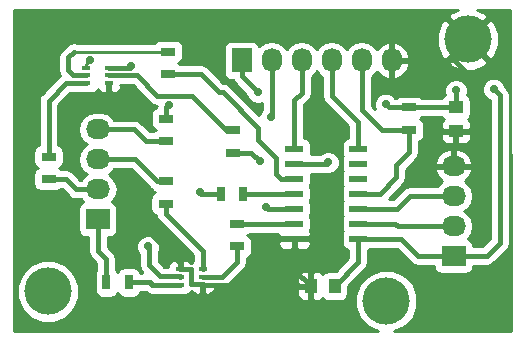
<source format=gbr>
G04 #@! TF.FileFunction,Copper,L1,Top,Signal*
%FSLAX46Y46*%
G04 Gerber Fmt 4.6, Leading zero omitted, Abs format (unit mm)*
G04 Created by KiCad (PCBNEW (2015-07-31 BZR 6030)-product) date Sat Sep 12 09:44:37 2015*
%MOMM*%
G01*
G04 APERTURE LIST*
%ADD10C,0.100000*%
%ADD11C,4.000000*%
%ADD12R,1.250000X1.000000*%
%ADD13R,1.000000X1.250000*%
%ADD14R,1.500000X0.600000*%
%ADD15R,1.727200X2.032000*%
%ADD16O,1.727200X2.032000*%
%ADD17R,2.032000X1.727200*%
%ADD18O,2.032000X1.727200*%
%ADD19R,0.800000X0.400000*%
%ADD20R,1.300000X0.700000*%
%ADD21R,0.700000X1.300000*%
%ADD22C,0.700000*%
%ADD23C,0.400000*%
%ADD24C,0.250000*%
%ADD25C,0.254000*%
G04 APERTURE END LIST*
D10*
D11*
X209350400Y-46150400D03*
X173790400Y-67486400D03*
D12*
X208334400Y-51906800D03*
X208334400Y-53906800D03*
D13*
X198056800Y-67029200D03*
X196056800Y-67029200D03*
D14*
X200061600Y-63016000D03*
X200061600Y-61746000D03*
X200061600Y-60476000D03*
X200061600Y-59206000D03*
X200061600Y-57936000D03*
X200061600Y-56666000D03*
X200061600Y-55396000D03*
X194661600Y-55396000D03*
X194661600Y-56666000D03*
X194661600Y-57936000D03*
X194661600Y-59206000D03*
X194661600Y-60476000D03*
X194661600Y-61746000D03*
X194661600Y-63016000D03*
D15*
X190198800Y-47928400D03*
D16*
X192738800Y-47928400D03*
X195278800Y-47928400D03*
X197818800Y-47928400D03*
X200358800Y-47928400D03*
X202898800Y-47928400D03*
D17*
X208131200Y-64489200D03*
D18*
X208131200Y-61949200D03*
X208131200Y-59409200D03*
X208131200Y-56869200D03*
D17*
X178006800Y-61390400D03*
D18*
X178006800Y-58850400D03*
X178006800Y-56310400D03*
X178006800Y-53770400D03*
D19*
X186881600Y-66917200D03*
X186881600Y-66267200D03*
X186881600Y-65617200D03*
X184981600Y-65617200D03*
X184981600Y-66267200D03*
X184981600Y-66917200D03*
X178956800Y-49848400D03*
X178956800Y-49198400D03*
X178956800Y-48548400D03*
X177056800Y-48548400D03*
X177056800Y-49198400D03*
X177056800Y-49848400D03*
D20*
X189792400Y-63661200D03*
X189792400Y-61761200D03*
D21*
X188436000Y-59206000D03*
X190336000Y-59206000D03*
X178733200Y-66724400D03*
X180633200Y-66724400D03*
D20*
X183747200Y-58154400D03*
X183747200Y-60054400D03*
X189487600Y-53836400D03*
X189487600Y-55736400D03*
X183950400Y-47181600D03*
X183950400Y-49081600D03*
X173841200Y-57971600D03*
X173841200Y-56071600D03*
X183798000Y-54771200D03*
X183798000Y-52871200D03*
X204372000Y-51906000D03*
X204372000Y-53806000D03*
D11*
X202441600Y-68299200D03*
X209350400Y-46150400D03*
X173790400Y-67486400D03*
D12*
X208334400Y-51906800D03*
X208334400Y-53906800D03*
D13*
X198056800Y-67029200D03*
X196056800Y-67029200D03*
D14*
X200061600Y-63016000D03*
X200061600Y-61746000D03*
X200061600Y-60476000D03*
X200061600Y-59206000D03*
X200061600Y-57936000D03*
X200061600Y-56666000D03*
X200061600Y-55396000D03*
X194661600Y-55396000D03*
X194661600Y-56666000D03*
X194661600Y-57936000D03*
X194661600Y-59206000D03*
X194661600Y-60476000D03*
X194661600Y-61746000D03*
X194661600Y-63016000D03*
D15*
X190198800Y-47928400D03*
D16*
X192738800Y-47928400D03*
X195278800Y-47928400D03*
X197818800Y-47928400D03*
X200358800Y-47928400D03*
X202898800Y-47928400D03*
D17*
X208131200Y-64489200D03*
D18*
X208131200Y-61949200D03*
X208131200Y-59409200D03*
X208131200Y-56869200D03*
D17*
X178006800Y-61390400D03*
D18*
X178006800Y-58850400D03*
X178006800Y-56310400D03*
X178006800Y-53770400D03*
D19*
X186881600Y-66917200D03*
X186881600Y-66267200D03*
X186881600Y-65617200D03*
X184981600Y-65617200D03*
X184981600Y-66267200D03*
X184981600Y-66917200D03*
X178956800Y-49848400D03*
X178956800Y-49198400D03*
X178956800Y-48548400D03*
X177056800Y-48548400D03*
X177056800Y-49198400D03*
X177056800Y-49848400D03*
D20*
X189792400Y-63661200D03*
X189792400Y-61761200D03*
D21*
X188436000Y-59206000D03*
X190336000Y-59206000D03*
X178733200Y-66724400D03*
X180633200Y-66724400D03*
D20*
X183747200Y-58154400D03*
X183747200Y-60054400D03*
X189487600Y-53836400D03*
X189487600Y-55736400D03*
X183950400Y-47181600D03*
X183950400Y-49081600D03*
X173841200Y-57971600D03*
X173841200Y-56071600D03*
X183798000Y-54771200D03*
X183798000Y-52871200D03*
X204372000Y-51906000D03*
X204372000Y-53806000D03*
D11*
X202441600Y-68299200D03*
D22*
X211534800Y-50366800D03*
X211534800Y-50366800D03*
X208334400Y-50468400D03*
X202390800Y-51636800D03*
X191570400Y-50620800D03*
X208334400Y-50468400D03*
X202390800Y-51636800D03*
X191570400Y-50620800D03*
X177395400Y-47916400D03*
X196142400Y-65200400D03*
X204473600Y-57936000D03*
X180851600Y-52449600D03*
X181512000Y-61644400D03*
X196142400Y-65200400D03*
X204473600Y-57936000D03*
X180851600Y-52449600D03*
X181512000Y-61644400D03*
X197514000Y-56564400D03*
X192688000Y-52754400D03*
X197514000Y-56564400D03*
X192688000Y-52754400D03*
X192230800Y-60323600D03*
X191722800Y-56462800D03*
X192230800Y-60323600D03*
X191722800Y-56462800D03*
X182274000Y-63676400D03*
X186642800Y-59104400D03*
X182274000Y-63676400D03*
X186642800Y-59104400D03*
X180851600Y-48436400D03*
X180851600Y-48436400D03*
X184001200Y-51687600D03*
X184001200Y-51687600D03*
D23*
X212042800Y-63371600D02*
X210925200Y-64489200D01*
X212042800Y-50874800D02*
X212042800Y-63371600D01*
X211534800Y-50366800D02*
X212042800Y-50874800D01*
X212042800Y-63371600D02*
X210925200Y-64489200D01*
X212042800Y-50874800D02*
X212042800Y-63371600D01*
X211534800Y-50366800D02*
X212042800Y-50874800D01*
X208334400Y-51906800D02*
X208334400Y-50468400D01*
X210925200Y-64489200D02*
X208131200Y-64489200D01*
X190198800Y-47928400D02*
X190198800Y-49249200D01*
X202660000Y-51906000D02*
X204372000Y-51906000D01*
X202390800Y-51636800D02*
X202660000Y-51906000D01*
X190198800Y-49249200D02*
X191570400Y-50620800D01*
X208334400Y-51906800D02*
X207029600Y-51906800D01*
X207028800Y-51906000D02*
X204372000Y-51906000D01*
X207029600Y-51906800D02*
X207028800Y-51906000D01*
X208131200Y-64489200D02*
X205134000Y-64489200D01*
X205134000Y-64489200D02*
X203660800Y-63016000D01*
X203660800Y-63016000D02*
X200061600Y-63016000D01*
X200061600Y-63016000D02*
X200061600Y-65024400D01*
X200061600Y-65024400D02*
X198056800Y-67029200D01*
X208334400Y-51906800D02*
X208334400Y-50468400D01*
X210925200Y-64489200D02*
X208131200Y-64489200D01*
X190198800Y-47928400D02*
X190198800Y-49249200D01*
X202660000Y-51906000D02*
X204372000Y-51906000D01*
X202390800Y-51636800D02*
X202660000Y-51906000D01*
X190198800Y-49249200D02*
X191570400Y-50620800D01*
X208334400Y-51906800D02*
X207029600Y-51906800D01*
X207028800Y-51906000D02*
X204372000Y-51906000D01*
X207029600Y-51906800D02*
X207028800Y-51906000D01*
X208131200Y-64489200D02*
X205134000Y-64489200D01*
X205134000Y-64489200D02*
X203660800Y-63016000D01*
X203660800Y-63016000D02*
X200061600Y-63016000D01*
X200061600Y-63016000D02*
X200061600Y-65024400D01*
X200061600Y-65024400D02*
X198056800Y-67029200D01*
X210417200Y-50163600D02*
X210417200Y-53160800D01*
X210417200Y-50163600D02*
X210417200Y-53160800D01*
D24*
X177056800Y-48548400D02*
X177056800Y-48255000D01*
X177056800Y-48255000D02*
X177395400Y-47916400D01*
D23*
X208131200Y-56869200D02*
X205540400Y-56869200D01*
X196056800Y-65286000D02*
X196056800Y-67029200D01*
X196142400Y-65200400D02*
X196056800Y-65286000D01*
X205540400Y-56869200D02*
X204473600Y-57936000D01*
X178956800Y-49848400D02*
X178956800Y-50554800D01*
X178956800Y-50554800D02*
X180851600Y-52449600D01*
X181512000Y-61644400D02*
X184981600Y-65114000D01*
X184981600Y-65114000D02*
X184981600Y-65617200D01*
X202898800Y-47928400D02*
X208182000Y-47928400D01*
X209671200Y-53906800D02*
X208334400Y-53906800D01*
X210417200Y-53160800D02*
X209671200Y-53906800D01*
X208182000Y-47928400D02*
X210417200Y-50163600D01*
X184981600Y-65617200D02*
X185870400Y-65617200D01*
X185941198Y-66867202D02*
X186881600Y-66867202D01*
X185931600Y-66876800D02*
X185941198Y-66867202D01*
X185931600Y-65678400D02*
X185931600Y-66876800D01*
X185870400Y-65617200D02*
X185931600Y-65678400D01*
X186881600Y-66867202D02*
X186881600Y-66917200D01*
X186881600Y-66917200D02*
X191966400Y-66917200D01*
X191966400Y-66917200D02*
X192078400Y-67029200D01*
X192078400Y-67029200D02*
X196056800Y-67029200D01*
X208334400Y-53906800D02*
X208334400Y-55243600D01*
X208131200Y-55446800D02*
X208131200Y-56869200D01*
X208334400Y-55243600D02*
X208131200Y-55446800D01*
X194661600Y-63016000D02*
X194661600Y-65634000D01*
X194661600Y-65634000D02*
X196056800Y-67029200D01*
X208131200Y-56869200D02*
X205540400Y-56869200D01*
X196056800Y-65286000D02*
X196056800Y-67029200D01*
X196142400Y-65200400D02*
X196056800Y-65286000D01*
X205540400Y-56869200D02*
X204473600Y-57936000D01*
X178956800Y-49848400D02*
X178956800Y-50554800D01*
X178956800Y-50554800D02*
X180851600Y-52449600D01*
X181512000Y-61644400D02*
X184981600Y-65114000D01*
X184981600Y-65114000D02*
X184981600Y-65617200D01*
X202898800Y-47928400D02*
X208182000Y-47928400D01*
X209671200Y-53906800D02*
X208334400Y-53906800D01*
X210417200Y-53160800D02*
X209671200Y-53906800D01*
X208182000Y-47928400D02*
X210417200Y-50163600D01*
X184981600Y-65617200D02*
X185870400Y-65617200D01*
X185941198Y-66867202D02*
X186881600Y-66867202D01*
X185931600Y-66876800D02*
X185941198Y-66867202D01*
X185931600Y-65678400D02*
X185931600Y-66876800D01*
X185870400Y-65617200D02*
X185931600Y-65678400D01*
X186881600Y-66867202D02*
X186881600Y-66917200D01*
X186881600Y-66917200D02*
X191966400Y-66917200D01*
X191966400Y-66917200D02*
X192078400Y-67029200D01*
X192078400Y-67029200D02*
X196056800Y-67029200D01*
X208334400Y-53906800D02*
X208334400Y-55243600D01*
X208131200Y-55446800D02*
X208131200Y-56869200D01*
X208334400Y-55243600D02*
X208131200Y-55446800D01*
X194661600Y-63016000D02*
X194661600Y-65634000D01*
X194661600Y-65634000D02*
X196056800Y-67029200D01*
X208131200Y-61949200D02*
X203406800Y-61949200D01*
X203203600Y-61746000D02*
X200061600Y-61746000D01*
X203406800Y-61949200D02*
X203203600Y-61746000D01*
X208131200Y-61949200D02*
X203406800Y-61949200D01*
X203203600Y-61746000D02*
X200061600Y-61746000D01*
X203406800Y-61949200D02*
X203203600Y-61746000D01*
X208131200Y-59409200D02*
X204422800Y-59409200D01*
X203356000Y-60476000D02*
X200061600Y-60476000D01*
X204422800Y-59409200D02*
X203356000Y-60476000D01*
X208131200Y-59409200D02*
X204422800Y-59409200D01*
X203356000Y-60476000D02*
X200061600Y-60476000D01*
X204422800Y-59409200D02*
X203356000Y-60476000D01*
X200358800Y-47928400D02*
X200358800Y-52094000D01*
X200358800Y-52094000D02*
X202070800Y-53806000D01*
X200358800Y-47928400D02*
X200358800Y-52094000D01*
X200358800Y-52094000D02*
X202070800Y-53806000D01*
X202070800Y-53806000D02*
X204372000Y-53806000D01*
X204372000Y-53806000D02*
X204372000Y-55700800D01*
X201882800Y-59206000D02*
X200061600Y-59206000D01*
X203254400Y-57834400D02*
X201882800Y-59206000D01*
X203254400Y-56818400D02*
X203254400Y-57834400D01*
X204372000Y-55700800D02*
X203254400Y-56818400D01*
X202070800Y-53806000D02*
X204372000Y-53806000D01*
X204372000Y-53806000D02*
X204372000Y-55700800D01*
X201882800Y-59206000D02*
X200061600Y-59206000D01*
X203254400Y-57834400D02*
X201882800Y-59206000D01*
X203254400Y-56818400D02*
X203254400Y-57834400D01*
X204372000Y-55700800D02*
X203254400Y-56818400D01*
X197818800Y-47928400D02*
X197818800Y-50925600D01*
X200061600Y-53168400D02*
X200061600Y-55396000D01*
X197818800Y-50925600D02*
X200061600Y-53168400D01*
X197818800Y-47928400D02*
X197818800Y-50925600D01*
X200061600Y-53168400D02*
X200061600Y-55396000D01*
X197818800Y-50925600D02*
X200061600Y-53168400D01*
X195278800Y-47928400D02*
X195278800Y-50671600D01*
X195278800Y-50671600D02*
X194661600Y-51288800D01*
X195278800Y-47928400D02*
X195278800Y-50671600D01*
X195278800Y-50671600D02*
X194661600Y-51288800D01*
X194661600Y-51288800D02*
X194661600Y-55396000D01*
X194661600Y-51288800D02*
X194661600Y-55396000D01*
X192738800Y-47928400D02*
X192738800Y-52703600D01*
X197412400Y-56666000D02*
X194661600Y-56666000D01*
X197514000Y-56564400D02*
X197412400Y-56666000D01*
X192738800Y-52703600D02*
X192688000Y-52754400D01*
X192738800Y-47928400D02*
X192738800Y-52703600D01*
X197412400Y-56666000D02*
X194661600Y-56666000D01*
X197514000Y-56564400D02*
X197412400Y-56666000D01*
X192738800Y-52703600D02*
X192688000Y-52754400D01*
X183950400Y-49081600D02*
X186729200Y-49081600D01*
X193500800Y-57936000D02*
X194661600Y-57936000D01*
X193094400Y-57529600D02*
X193500800Y-57936000D01*
X193094400Y-56208800D02*
X193094400Y-57529600D01*
X191570400Y-54684800D02*
X193094400Y-56208800D01*
X191570400Y-53618000D02*
X191570400Y-54684800D01*
X188573200Y-50620800D02*
X191570400Y-53618000D01*
X188268400Y-50620800D02*
X188573200Y-50620800D01*
X186729200Y-49081600D02*
X188268400Y-50620800D01*
X183950400Y-49081600D02*
X186729200Y-49081600D01*
X193500800Y-57936000D02*
X194661600Y-57936000D01*
X193094400Y-57529600D02*
X193500800Y-57936000D01*
X193094400Y-56208800D02*
X193094400Y-57529600D01*
X191570400Y-54684800D02*
X193094400Y-56208800D01*
X191570400Y-53618000D02*
X191570400Y-54684800D01*
X188573200Y-50620800D02*
X191570400Y-53618000D01*
X188268400Y-50620800D02*
X188573200Y-50620800D01*
X186729200Y-49081600D02*
X188268400Y-50620800D01*
X190336000Y-59206000D02*
X194661600Y-59206000D01*
X190336000Y-59206000D02*
X194661600Y-59206000D01*
X189487600Y-55736400D02*
X190996400Y-55736400D01*
X192383200Y-60476000D02*
X194661600Y-60476000D01*
X192230800Y-60323600D02*
X192383200Y-60476000D01*
X190996400Y-55736400D02*
X191722800Y-56462800D01*
X189487600Y-55736400D02*
X190996400Y-55736400D01*
X192383200Y-60476000D02*
X194661600Y-60476000D01*
X192230800Y-60323600D02*
X192383200Y-60476000D01*
X190996400Y-55736400D02*
X191722800Y-56462800D01*
X189792400Y-61761200D02*
X194646400Y-61761200D01*
X194646400Y-61761200D02*
X194661600Y-61746000D01*
X189792400Y-61761200D02*
X194646400Y-61761200D01*
X194646400Y-61761200D02*
X194661600Y-61746000D01*
X178733200Y-66724400D02*
X178733200Y-64758400D01*
X178006800Y-64032000D02*
X178006800Y-61390400D01*
X178733200Y-64758400D02*
X178006800Y-64032000D01*
X178733200Y-66724400D02*
X178733200Y-64758400D01*
X178006800Y-64032000D02*
X178006800Y-61390400D01*
X178733200Y-64758400D02*
X178006800Y-64032000D01*
X173841200Y-57971600D02*
X175299200Y-57971600D01*
X176178000Y-58850400D02*
X178006800Y-58850400D01*
X175299200Y-57971600D02*
X176178000Y-58850400D01*
X173841200Y-57971600D02*
X175299200Y-57971600D01*
X176178000Y-58850400D02*
X178006800Y-58850400D01*
X175299200Y-57971600D02*
X176178000Y-58850400D01*
X183747200Y-58154400D02*
X183000400Y-58154400D01*
X181156400Y-56310400D02*
X178006800Y-56310400D01*
X183000400Y-58154400D02*
X181156400Y-56310400D01*
X183747200Y-58154400D02*
X183000400Y-58154400D01*
X181156400Y-56310400D02*
X178006800Y-56310400D01*
X183000400Y-58154400D02*
X181156400Y-56310400D01*
X183798000Y-54771200D02*
X182106400Y-54771200D01*
X181105600Y-53770400D02*
X178006800Y-53770400D01*
X182106400Y-54771200D02*
X181105600Y-53770400D01*
X183798000Y-54771200D02*
X182106400Y-54771200D01*
X181105600Y-53770400D02*
X178006800Y-53770400D01*
X182106400Y-54771200D02*
X181105600Y-53770400D01*
X189792400Y-63661200D02*
X189792400Y-64997200D01*
X188522400Y-66267200D02*
X186881600Y-66267200D01*
X189792400Y-64997200D02*
X188522400Y-66267200D01*
X189792400Y-63661200D02*
X189792400Y-64997200D01*
X188522400Y-66267200D02*
X186881600Y-66267200D01*
X189792400Y-64997200D02*
X188522400Y-66267200D01*
X183747200Y-60054400D02*
X183747200Y-60933200D01*
X186881600Y-64067600D02*
X186881600Y-65617200D01*
X183747200Y-60933200D02*
X186881600Y-64067600D01*
X183747200Y-60054400D02*
X183747200Y-60933200D01*
X186881600Y-64067600D02*
X186881600Y-65617200D01*
X183747200Y-60933200D02*
X186881600Y-64067600D01*
X188436000Y-59206000D02*
X186744400Y-59206000D01*
X183290802Y-66217202D02*
X184981600Y-66217202D01*
X182324800Y-65251200D02*
X183290802Y-66217202D01*
X182324800Y-63727200D02*
X182324800Y-65251200D01*
X182274000Y-63676400D02*
X182324800Y-63727200D01*
X186744400Y-59206000D02*
X186642800Y-59104400D01*
X184981600Y-66217202D02*
X184981600Y-66267200D01*
X188436000Y-59206000D02*
X186744400Y-59206000D01*
X183290802Y-66217202D02*
X184981600Y-66217202D01*
X182324800Y-65251200D02*
X183290802Y-66217202D01*
X182324800Y-63727200D02*
X182324800Y-65251200D01*
X182274000Y-63676400D02*
X182324800Y-63727200D01*
X186744400Y-59206000D02*
X186642800Y-59104400D01*
X184981600Y-66217202D02*
X184981600Y-66267200D01*
X184981600Y-66917200D02*
X182619200Y-66917200D01*
X182426400Y-66724400D02*
X180633200Y-66724400D01*
X182619200Y-66917200D02*
X182426400Y-66724400D01*
X184981600Y-66917200D02*
X182619200Y-66917200D01*
X182426400Y-66724400D02*
X180633200Y-66724400D01*
X182619200Y-66917200D02*
X182426400Y-66724400D01*
X181308800Y-49198400D02*
X183036000Y-50925600D01*
X181308800Y-49198400D02*
X183036000Y-50925600D01*
X183036000Y-50925600D02*
X185982400Y-50925600D01*
X183036000Y-50925600D02*
X185982400Y-50925600D01*
X178956800Y-49198400D02*
X181308800Y-49198400D01*
X178956800Y-49198400D02*
X181308800Y-49198400D01*
X185982400Y-50925600D02*
X188893200Y-53836400D01*
X188893200Y-53836400D02*
X189487600Y-53836400D01*
X185982400Y-50925600D02*
X188893200Y-53836400D01*
X188893200Y-53836400D02*
X189487600Y-53836400D01*
X178956800Y-48548400D02*
X180739600Y-48548400D01*
X180739600Y-48548400D02*
X180851600Y-48436400D01*
X178956800Y-48548400D02*
X180739600Y-48548400D01*
X180739600Y-48548400D02*
X180851600Y-48436400D01*
X183798000Y-51890800D02*
X183798000Y-52871200D01*
X184001200Y-51687600D02*
X183798000Y-51890800D01*
X183798000Y-52754400D02*
X183798000Y-52871200D01*
X183798000Y-51890800D02*
X183798000Y-52871200D01*
X184001200Y-51687600D02*
X183798000Y-51890800D01*
X183798000Y-52754400D02*
X183798000Y-52871200D01*
X177056800Y-49198400D02*
X175924000Y-49198400D01*
X175924000Y-49198400D02*
X175466800Y-48741200D01*
X175466800Y-48741200D02*
X175466800Y-47674400D01*
X175466800Y-47674400D02*
X175959600Y-47181600D01*
D24*
X175959600Y-47181600D02*
X183950400Y-47181600D01*
D23*
X177056800Y-49198400D02*
X175924000Y-49198400D01*
X175924000Y-49198400D02*
X175466800Y-48741200D01*
X175466800Y-48741200D02*
X175466800Y-47674400D01*
X175466800Y-47674400D02*
X175959600Y-47181600D01*
D24*
X175959600Y-47181600D02*
X183950400Y-47181600D01*
D23*
X177056800Y-49848400D02*
X175324800Y-49848400D01*
X175324800Y-49848400D02*
X173841200Y-51332000D01*
X173841200Y-51332000D02*
X173841200Y-56071600D01*
X177056800Y-49848400D02*
X175324800Y-49848400D01*
X175324800Y-49848400D02*
X173841200Y-51332000D01*
X173841200Y-51332000D02*
X173841200Y-56071600D01*
D25*
G36*
X203932258Y-70534347D02*
X204674142Y-69793757D01*
X205076142Y-68825633D01*
X205077057Y-67777366D01*
X204676747Y-66808542D01*
X203936157Y-66066658D01*
X202968033Y-65664658D01*
X201919766Y-65663743D01*
X200950942Y-66064053D01*
X200209058Y-66804643D01*
X199807058Y-67772767D01*
X199806143Y-68821034D01*
X200206453Y-69789858D01*
X200947043Y-70531742D01*
X201748654Y-70864600D01*
X170920200Y-70864600D01*
X170920200Y-43635800D01*
X208524831Y-43635800D01*
X207875753Y-43904657D01*
X207654984Y-44275378D01*
X209350400Y-45970795D01*
X211045816Y-44275378D01*
X210825047Y-43904657D01*
X210160956Y-43635800D01*
X212932034Y-43635800D01*
X212937611Y-46653388D01*
X211989519Y-46653388D01*
X211981113Y-45605153D01*
X211596143Y-44675753D01*
X211225422Y-44454984D01*
X209530005Y-46150400D01*
X209170795Y-46150400D01*
X207475378Y-44454984D01*
X207104657Y-44675753D01*
X206711281Y-45647412D01*
X206719687Y-46695647D01*
X207080400Y-47566487D01*
X204383984Y-47566487D01*
X204190754Y-47014080D01*
X203800836Y-46577668D01*
X203273591Y-46323691D01*
X203257826Y-46321042D01*
X203025800Y-46442183D01*
X203025800Y-47801400D01*
X204239724Y-47801400D01*
X204383984Y-47566487D01*
X207080400Y-47566487D01*
X207104657Y-47625047D01*
X207475378Y-47845816D01*
X209170795Y-46150400D01*
X209530005Y-46150400D01*
X211225422Y-47845816D01*
X211596143Y-47625047D01*
X211989519Y-46653388D01*
X212937611Y-46653388D01*
X212940147Y-48025422D01*
X211045816Y-48025422D01*
X209350400Y-46330005D01*
X207654984Y-48025422D01*
X207812729Y-48290313D01*
X204383984Y-48290313D01*
X204239724Y-48055400D01*
X203025800Y-48055400D01*
X203025800Y-49414617D01*
X203257826Y-49535758D01*
X203273591Y-49533109D01*
X203800836Y-49279132D01*
X204190754Y-48842720D01*
X204383984Y-48290313D01*
X207812729Y-48290313D01*
X207875753Y-48396143D01*
X208847412Y-48789519D01*
X209895647Y-48781113D01*
X210825047Y-48396143D01*
X211045816Y-48025422D01*
X212940147Y-48025422D01*
X212968514Y-63371600D01*
X212877800Y-63371600D01*
X212877800Y-50874800D01*
X212814239Y-50555259D01*
X212678466Y-50352060D01*
X212633234Y-50284366D01*
X212519527Y-50170659D01*
X212370329Y-49809571D01*
X212093486Y-49532245D01*
X211731588Y-49381972D01*
X211339731Y-49381630D01*
X210977571Y-49531271D01*
X210700245Y-49808114D01*
X210549972Y-50170012D01*
X210549630Y-50561869D01*
X210699271Y-50924029D01*
X210976114Y-51201355D01*
X211207800Y-51297559D01*
X211207800Y-54533109D01*
X209594400Y-54533109D01*
X209594400Y-54192550D01*
X209435650Y-54033800D01*
X208461400Y-54033800D01*
X208461400Y-54883050D01*
X208207400Y-54883050D01*
X208207400Y-54033800D01*
X207233150Y-54033800D01*
X207074400Y-54192550D01*
X207074400Y-54533109D01*
X207171073Y-54766498D01*
X207349701Y-54945127D01*
X207583090Y-55041800D01*
X208048650Y-55041800D01*
X208207400Y-54883050D01*
X208461400Y-54883050D01*
X208620150Y-55041800D01*
X209085710Y-55041800D01*
X209319099Y-54945127D01*
X209497727Y-54766498D01*
X209594400Y-54533109D01*
X211207800Y-54533109D01*
X211207800Y-56510174D01*
X209738558Y-56510174D01*
X209735909Y-56494409D01*
X209481932Y-55967164D01*
X209045520Y-55577246D01*
X208493113Y-55384016D01*
X208258200Y-55528276D01*
X208258200Y-56742200D01*
X208004200Y-56742200D01*
X208004200Y-55528276D01*
X207769287Y-55384016D01*
X207216880Y-55577246D01*
X206780468Y-55967164D01*
X206526491Y-56494409D01*
X206523842Y-56510174D01*
X206644983Y-56742200D01*
X208004200Y-56742200D01*
X208258200Y-56742200D01*
X209617417Y-56742200D01*
X209738558Y-56510174D01*
X211207800Y-56510174D01*
X211207800Y-63025732D01*
X210579332Y-63654200D01*
X209794640Y-63654200D01*
X209794640Y-63625600D01*
X209750362Y-63390283D01*
X209611290Y-63174159D01*
X209399090Y-63029169D01*
X209357761Y-63020800D01*
X209375615Y-63008870D01*
X209700471Y-62522689D01*
X209814545Y-61949200D01*
X209700471Y-61375711D01*
X209375615Y-60889530D01*
X209060834Y-60679200D01*
X209375615Y-60468870D01*
X209700471Y-59982689D01*
X209814545Y-59409200D01*
X209700471Y-58835711D01*
X209375615Y-58349530D01*
X209066131Y-58142739D01*
X209481932Y-57771236D01*
X209735909Y-57243991D01*
X209738558Y-57228226D01*
X209617417Y-56996200D01*
X208258200Y-56996200D01*
X208258200Y-57016200D01*
X208004200Y-57016200D01*
X208004200Y-56996200D01*
X206644983Y-56996200D01*
X206523842Y-57228226D01*
X206526491Y-57243991D01*
X206780468Y-57771236D01*
X207196269Y-58142739D01*
X206886785Y-58349530D01*
X206736665Y-58574200D01*
X204422800Y-58574200D01*
X204103259Y-58637761D01*
X203832366Y-58818766D01*
X203010132Y-59641000D01*
X202628668Y-59641000D01*
X203844834Y-58424834D01*
X204025839Y-58153941D01*
X204089400Y-57834400D01*
X204089400Y-57164268D01*
X204962434Y-56291234D01*
X205143439Y-56020341D01*
X205207000Y-55700800D01*
X205207000Y-54768630D01*
X205257317Y-54759162D01*
X205473441Y-54620090D01*
X205618431Y-54407890D01*
X205669440Y-54156000D01*
X205669440Y-53456000D01*
X205625162Y-53220683D01*
X205486090Y-53004559D01*
X205273890Y-52859569D01*
X205260803Y-52856919D01*
X205440946Y-52741000D01*
X207025578Y-52741000D01*
X207029600Y-52741800D01*
X207170382Y-52741800D01*
X207245310Y-52858241D01*
X207313406Y-52904769D01*
X207171073Y-53047102D01*
X207074400Y-53280491D01*
X207074400Y-53621050D01*
X207233150Y-53779800D01*
X208207400Y-53779800D01*
X208207400Y-53759800D01*
X208461400Y-53759800D01*
X208461400Y-53779800D01*
X209435650Y-53779800D01*
X209594400Y-53621050D01*
X209594400Y-53280491D01*
X209497727Y-53047102D01*
X209356490Y-52905864D01*
X209410841Y-52870890D01*
X209555831Y-52658690D01*
X209606840Y-52406800D01*
X209606840Y-51406800D01*
X209562562Y-51171483D01*
X209423490Y-50955359D01*
X209248412Y-50835733D01*
X209319228Y-50665188D01*
X209319570Y-50273331D01*
X209169929Y-49911171D01*
X208893086Y-49633845D01*
X208531188Y-49483572D01*
X208139331Y-49483230D01*
X207777171Y-49632871D01*
X207499845Y-49909714D01*
X207349572Y-50271612D01*
X207349230Y-50663469D01*
X207421206Y-50837664D01*
X207257959Y-50942710D01*
X207169756Y-51071800D01*
X207032822Y-51071800D01*
X207028800Y-51071000D01*
X205436975Y-51071000D01*
X205273890Y-50959569D01*
X205022000Y-50908560D01*
X203722000Y-50908560D01*
X203486683Y-50952838D01*
X203303054Y-51071000D01*
X203217773Y-51071000D01*
X202949486Y-50802245D01*
X202587588Y-50651972D01*
X202195731Y-50651630D01*
X201833571Y-50801271D01*
X201556245Y-51078114D01*
X201405972Y-51440012D01*
X201405630Y-51831869D01*
X201495824Y-52050156D01*
X201193800Y-51748132D01*
X201193800Y-49322935D01*
X201418470Y-49172815D01*
X201625261Y-48863331D01*
X201996764Y-49279132D01*
X202524009Y-49533109D01*
X202539774Y-49535758D01*
X202771800Y-49414617D01*
X202771800Y-48055400D01*
X202751800Y-48055400D01*
X202751800Y-47801400D01*
X202771800Y-47801400D01*
X202771800Y-46442183D01*
X202539774Y-46321042D01*
X202524009Y-46323691D01*
X201996764Y-46577668D01*
X201625261Y-46993469D01*
X201418470Y-46683985D01*
X200932289Y-46359129D01*
X200358800Y-46245055D01*
X199785311Y-46359129D01*
X199299130Y-46683985D01*
X199088800Y-46998766D01*
X198878470Y-46683985D01*
X198392289Y-46359129D01*
X197818800Y-46245055D01*
X197245311Y-46359129D01*
X196759130Y-46683985D01*
X196548800Y-46998766D01*
X196338470Y-46683985D01*
X195852289Y-46359129D01*
X195278800Y-46245055D01*
X194705311Y-46359129D01*
X194219130Y-46683985D01*
X194008800Y-46998766D01*
X193798470Y-46683985D01*
X193312289Y-46359129D01*
X192738800Y-46245055D01*
X192165311Y-46359129D01*
X191679130Y-46683985D01*
X191669557Y-46698313D01*
X191665562Y-46677083D01*
X191526490Y-46460959D01*
X191314290Y-46315969D01*
X191062400Y-46264960D01*
X189335200Y-46264960D01*
X189099883Y-46309238D01*
X188883759Y-46448310D01*
X188738769Y-46660510D01*
X188687760Y-46912400D01*
X188687760Y-48944400D01*
X188732038Y-49179717D01*
X188871110Y-49395841D01*
X189083310Y-49540831D01*
X189335200Y-49591840D01*
X189442795Y-49591840D01*
X189608366Y-49839634D01*
X190585673Y-50816941D01*
X190734871Y-51178029D01*
X191011714Y-51455355D01*
X191373612Y-51605628D01*
X191765469Y-51605970D01*
X191903800Y-51548813D01*
X191903800Y-52145447D01*
X191853445Y-52195714D01*
X191703172Y-52557612D01*
X191703161Y-52569893D01*
X189163634Y-50030366D01*
X188892741Y-49849361D01*
X188624466Y-49795997D01*
X187319634Y-48491165D01*
X187048740Y-48310160D01*
X186729200Y-48246600D01*
X185015375Y-48246600D01*
X184852290Y-48135169D01*
X184839203Y-48132519D01*
X185051841Y-47995690D01*
X185196831Y-47783490D01*
X185247840Y-47531600D01*
X185247840Y-46831600D01*
X185203562Y-46596283D01*
X185064490Y-46380159D01*
X184852290Y-46235169D01*
X184600400Y-46184160D01*
X183300400Y-46184160D01*
X183065083Y-46228438D01*
X182848959Y-46367510D01*
X182812001Y-46421600D01*
X176296260Y-46421600D01*
X176279140Y-46410161D01*
X175959600Y-46346600D01*
X175640060Y-46410161D01*
X175369166Y-46591166D01*
X174876366Y-47083966D01*
X174706649Y-47337966D01*
X174695361Y-47354859D01*
X174631800Y-47674400D01*
X174631800Y-48741200D01*
X174695361Y-49060741D01*
X174798506Y-49215109D01*
X174734366Y-49257966D01*
X173250766Y-50741566D01*
X173238876Y-50759360D01*
X173069761Y-51012459D01*
X173006200Y-51332000D01*
X173006200Y-55108970D01*
X172955883Y-55118438D01*
X172739759Y-55257510D01*
X172594769Y-55469710D01*
X172543760Y-55721600D01*
X172543760Y-56421600D01*
X172588038Y-56656917D01*
X172727110Y-56873041D01*
X172939310Y-57018031D01*
X172952397Y-57020681D01*
X172739759Y-57157510D01*
X172594769Y-57369710D01*
X172543760Y-57621600D01*
X172543760Y-58321600D01*
X172588038Y-58556917D01*
X172727110Y-58773041D01*
X172939310Y-58918031D01*
X173191200Y-58969040D01*
X174491200Y-58969040D01*
X174726517Y-58924762D01*
X174910146Y-58806600D01*
X174953332Y-58806600D01*
X175587566Y-59440834D01*
X175605040Y-59452510D01*
X175858459Y-59621839D01*
X176178000Y-59685400D01*
X176612265Y-59685400D01*
X176762385Y-59910070D01*
X176776713Y-59919643D01*
X176755483Y-59923638D01*
X176539359Y-60062710D01*
X176394369Y-60274910D01*
X176343360Y-60526800D01*
X176343360Y-62254000D01*
X176387638Y-62489317D01*
X176526710Y-62705441D01*
X176738910Y-62850431D01*
X176990800Y-62901440D01*
X177171800Y-62901440D01*
X177171800Y-64032000D01*
X177193887Y-64143039D01*
X177235360Y-64351540D01*
X177416366Y-64622434D01*
X177898200Y-65104268D01*
X177898200Y-65659425D01*
X177786769Y-65822510D01*
X177735760Y-66074400D01*
X177735760Y-66964566D01*
X176425857Y-66964566D01*
X176025547Y-65995742D01*
X175284957Y-65253858D01*
X174316833Y-64851858D01*
X173268566Y-64850943D01*
X172299742Y-65251253D01*
X171557858Y-65991843D01*
X171155858Y-66959967D01*
X171154943Y-68008234D01*
X171555253Y-68977058D01*
X172295843Y-69718942D01*
X173263967Y-70120942D01*
X174312234Y-70121857D01*
X175281058Y-69721547D01*
X176022942Y-68980957D01*
X176424942Y-68012833D01*
X176425857Y-66964566D01*
X177735760Y-66964566D01*
X177735760Y-67374400D01*
X177780038Y-67609717D01*
X177919110Y-67825841D01*
X178131310Y-67970831D01*
X178383200Y-68021840D01*
X179083200Y-68021840D01*
X179318517Y-67977562D01*
X179534641Y-67838490D01*
X179679631Y-67626290D01*
X179682281Y-67613203D01*
X179819110Y-67825841D01*
X180031310Y-67970831D01*
X180283200Y-68021840D01*
X180983200Y-68021840D01*
X181218517Y-67977562D01*
X181434641Y-67838490D01*
X181579631Y-67626290D01*
X181593177Y-67559400D01*
X182106239Y-67559400D01*
X182299659Y-67688639D01*
X182619200Y-67752200D01*
X184520169Y-67752200D01*
X184581600Y-67764640D01*
X185381600Y-67764640D01*
X185616917Y-67720362D01*
X185833041Y-67581290D01*
X185928590Y-67441450D01*
X185943273Y-67476898D01*
X186121901Y-67655527D01*
X186355290Y-67752200D01*
X186595850Y-67752200D01*
X186754600Y-67593450D01*
X186754600Y-67114640D01*
X187008600Y-67114640D01*
X187008600Y-67593450D01*
X187167350Y-67752200D01*
X187407910Y-67752200D01*
X187641299Y-67655527D01*
X187819927Y-67476898D01*
X187916600Y-67243509D01*
X187916600Y-67175950D01*
X187842850Y-67102200D01*
X188522400Y-67102200D01*
X188841941Y-67038639D01*
X189023687Y-66917200D01*
X189112834Y-66857634D01*
X190382834Y-65587634D01*
X190563839Y-65316741D01*
X190627400Y-64997200D01*
X190627400Y-64623830D01*
X190677717Y-64614362D01*
X190893841Y-64475290D01*
X191038831Y-64263090D01*
X191089840Y-64011200D01*
X191089840Y-63311200D01*
X191045562Y-63075883D01*
X190906490Y-62859759D01*
X190694290Y-62714769D01*
X190681203Y-62712119D01*
X190861346Y-62596200D01*
X193276600Y-62596200D01*
X193276600Y-62730250D01*
X193435350Y-62889000D01*
X194534600Y-62889000D01*
X194534600Y-62869000D01*
X194788600Y-62869000D01*
X194788600Y-62889000D01*
X195887850Y-62889000D01*
X196046600Y-62730250D01*
X196046600Y-62589690D01*
X195956794Y-62372878D01*
X196008031Y-62297890D01*
X196059040Y-62046000D01*
X196059040Y-61446000D01*
X196014762Y-61210683D01*
X195950922Y-61111472D01*
X196008031Y-61027890D01*
X196059040Y-60776000D01*
X196059040Y-60176000D01*
X196014762Y-59940683D01*
X195950922Y-59841472D01*
X196008031Y-59757890D01*
X196059040Y-59506000D01*
X196059040Y-58906000D01*
X196014762Y-58670683D01*
X195950922Y-58571472D01*
X196008031Y-58487890D01*
X196059040Y-58236000D01*
X196059040Y-57636000D01*
X196033638Y-57501000D01*
X197201066Y-57501000D01*
X197317212Y-57549228D01*
X197709069Y-57549570D01*
X198071229Y-57399929D01*
X198348555Y-57123086D01*
X198498828Y-56761188D01*
X198499170Y-56369331D01*
X198349529Y-56007171D01*
X198072686Y-55729845D01*
X197710788Y-55579572D01*
X197318931Y-55579230D01*
X196956771Y-55728871D01*
X196854464Y-55831000D01*
X196031702Y-55831000D01*
X196059040Y-55696000D01*
X196059040Y-55096000D01*
X196014762Y-54860683D01*
X195875690Y-54644559D01*
X195663490Y-54499569D01*
X195496600Y-54465773D01*
X195496600Y-51634668D01*
X195869234Y-51262034D01*
X196050239Y-50991141D01*
X196113800Y-50671600D01*
X196113800Y-49322935D01*
X196338470Y-49172815D01*
X196548800Y-48858034D01*
X196759130Y-49172815D01*
X196983800Y-49322935D01*
X196983800Y-50925600D01*
X197047361Y-51245141D01*
X197228366Y-51516034D01*
X199226600Y-53514268D01*
X199226600Y-54464554D01*
X199076283Y-54492838D01*
X198860159Y-54631910D01*
X198715169Y-54844110D01*
X198664160Y-55096000D01*
X198664160Y-55696000D01*
X198708438Y-55931317D01*
X198772278Y-56030528D01*
X198715169Y-56114110D01*
X198664160Y-56366000D01*
X198664160Y-56966000D01*
X198708438Y-57201317D01*
X198772278Y-57300528D01*
X198715169Y-57384110D01*
X198664160Y-57636000D01*
X198664160Y-58236000D01*
X198708438Y-58471317D01*
X198772278Y-58570528D01*
X198715169Y-58654110D01*
X198664160Y-58906000D01*
X198664160Y-59506000D01*
X198708438Y-59741317D01*
X198772278Y-59840528D01*
X198715169Y-59924110D01*
X198664160Y-60176000D01*
X198664160Y-60776000D01*
X198708438Y-61011317D01*
X198772278Y-61110528D01*
X198715169Y-61194110D01*
X198664160Y-61446000D01*
X198664160Y-62046000D01*
X198708438Y-62281317D01*
X198772278Y-62380528D01*
X198715169Y-62464110D01*
X198664160Y-62716000D01*
X198664160Y-63316000D01*
X198687926Y-63442310D01*
X196046600Y-63442310D01*
X196046600Y-63301750D01*
X195887850Y-63143000D01*
X194788600Y-63143000D01*
X194788600Y-63792250D01*
X194534600Y-63792250D01*
X194534600Y-63143000D01*
X193435350Y-63143000D01*
X193276600Y-63301750D01*
X193276600Y-63442310D01*
X193373273Y-63675699D01*
X193551902Y-63854327D01*
X193785291Y-63951000D01*
X194375850Y-63951000D01*
X194534600Y-63792250D01*
X194788600Y-63792250D01*
X194947350Y-63951000D01*
X195537909Y-63951000D01*
X195771298Y-63854327D01*
X195949927Y-63675699D01*
X196046600Y-63442310D01*
X198687926Y-63442310D01*
X198708438Y-63551317D01*
X198847510Y-63767441D01*
X199059710Y-63912431D01*
X199226600Y-63946227D01*
X199226600Y-64678532D01*
X198148372Y-65756760D01*
X197556800Y-65756760D01*
X197321483Y-65801038D01*
X197105359Y-65940110D01*
X197058831Y-66008206D01*
X196916498Y-65865873D01*
X196683109Y-65769200D01*
X196342550Y-65769200D01*
X196183800Y-65927950D01*
X196183800Y-66902200D01*
X195929800Y-66902200D01*
X195929800Y-65927950D01*
X195771050Y-65769200D01*
X195430491Y-65769200D01*
X195197102Y-65865873D01*
X195018473Y-66044501D01*
X194921800Y-66277890D01*
X194921800Y-66743450D01*
X195080550Y-66902200D01*
X195929800Y-66902200D01*
X196183800Y-66902200D01*
X196203800Y-66902200D01*
X196203800Y-67156200D01*
X196183800Y-67156200D01*
X196183800Y-68130450D01*
X195929800Y-68130450D01*
X195929800Y-67156200D01*
X195080550Y-67156200D01*
X194921800Y-67314950D01*
X194921800Y-67780510D01*
X195018473Y-68013899D01*
X195197102Y-68192527D01*
X195430491Y-68289200D01*
X195771050Y-68289200D01*
X195929800Y-68130450D01*
X196183800Y-68130450D01*
X196342550Y-68289200D01*
X196683109Y-68289200D01*
X196916498Y-68192527D01*
X197057736Y-68051290D01*
X197092710Y-68105641D01*
X197304910Y-68250631D01*
X197556800Y-68301640D01*
X198556800Y-68301640D01*
X198792117Y-68257362D01*
X199008241Y-68118290D01*
X199153231Y-67906090D01*
X199204240Y-67654200D01*
X199204240Y-67062628D01*
X200652034Y-65614834D01*
X200833039Y-65343941D01*
X200896600Y-65024400D01*
X200896600Y-63947446D01*
X201046917Y-63919162D01*
X201152844Y-63851000D01*
X203314932Y-63851000D01*
X204543566Y-65079634D01*
X204814459Y-65260639D01*
X205134000Y-65324200D01*
X206467760Y-65324200D01*
X206467760Y-65352800D01*
X206512038Y-65588117D01*
X206651110Y-65804241D01*
X206863310Y-65949231D01*
X207115200Y-66000240D01*
X209147200Y-66000240D01*
X209382517Y-65955962D01*
X209598641Y-65816890D01*
X209743631Y-65604690D01*
X209794640Y-65352800D01*
X209794640Y-65324200D01*
X210925200Y-65324200D01*
X211244741Y-65260639D01*
X211515634Y-65079634D01*
X212633234Y-63962034D01*
X212814239Y-63691141D01*
X212877800Y-63371600D01*
X212968514Y-63371600D01*
X212982365Y-70864600D01*
X203132985Y-70864600D01*
X203932258Y-70534347D01*
X203932258Y-70534347D01*
G37*
X203932258Y-70534347D02*
X204674142Y-69793757D01*
X205076142Y-68825633D01*
X205077057Y-67777366D01*
X204676747Y-66808542D01*
X203936157Y-66066658D01*
X202968033Y-65664658D01*
X201919766Y-65663743D01*
X200950942Y-66064053D01*
X200209058Y-66804643D01*
X199807058Y-67772767D01*
X199806143Y-68821034D01*
X200206453Y-69789858D01*
X200947043Y-70531742D01*
X201748654Y-70864600D01*
X170920200Y-70864600D01*
X170920200Y-43635800D01*
X208524831Y-43635800D01*
X207875753Y-43904657D01*
X207654984Y-44275378D01*
X209350400Y-45970795D01*
X211045816Y-44275378D01*
X210825047Y-43904657D01*
X210160956Y-43635800D01*
X212932034Y-43635800D01*
X212937611Y-46653388D01*
X211989519Y-46653388D01*
X211981113Y-45605153D01*
X211596143Y-44675753D01*
X211225422Y-44454984D01*
X209530005Y-46150400D01*
X209170795Y-46150400D01*
X207475378Y-44454984D01*
X207104657Y-44675753D01*
X206711281Y-45647412D01*
X206719687Y-46695647D01*
X207080400Y-47566487D01*
X204383984Y-47566487D01*
X204190754Y-47014080D01*
X203800836Y-46577668D01*
X203273591Y-46323691D01*
X203257826Y-46321042D01*
X203025800Y-46442183D01*
X203025800Y-47801400D01*
X204239724Y-47801400D01*
X204383984Y-47566487D01*
X207080400Y-47566487D01*
X207104657Y-47625047D01*
X207475378Y-47845816D01*
X209170795Y-46150400D01*
X209530005Y-46150400D01*
X211225422Y-47845816D01*
X211596143Y-47625047D01*
X211989519Y-46653388D01*
X212937611Y-46653388D01*
X212940147Y-48025422D01*
X211045816Y-48025422D01*
X209350400Y-46330005D01*
X207654984Y-48025422D01*
X207812729Y-48290313D01*
X204383984Y-48290313D01*
X204239724Y-48055400D01*
X203025800Y-48055400D01*
X203025800Y-49414617D01*
X203257826Y-49535758D01*
X203273591Y-49533109D01*
X203800836Y-49279132D01*
X204190754Y-48842720D01*
X204383984Y-48290313D01*
X207812729Y-48290313D01*
X207875753Y-48396143D01*
X208847412Y-48789519D01*
X209895647Y-48781113D01*
X210825047Y-48396143D01*
X211045816Y-48025422D01*
X212940147Y-48025422D01*
X212968514Y-63371600D01*
X212877800Y-63371600D01*
X212877800Y-50874800D01*
X212814239Y-50555259D01*
X212678466Y-50352060D01*
X212633234Y-50284366D01*
X212519527Y-50170659D01*
X212370329Y-49809571D01*
X212093486Y-49532245D01*
X211731588Y-49381972D01*
X211339731Y-49381630D01*
X210977571Y-49531271D01*
X210700245Y-49808114D01*
X210549972Y-50170012D01*
X210549630Y-50561869D01*
X210699271Y-50924029D01*
X210976114Y-51201355D01*
X211207800Y-51297559D01*
X211207800Y-54533109D01*
X209594400Y-54533109D01*
X209594400Y-54192550D01*
X209435650Y-54033800D01*
X208461400Y-54033800D01*
X208461400Y-54883050D01*
X208207400Y-54883050D01*
X208207400Y-54033800D01*
X207233150Y-54033800D01*
X207074400Y-54192550D01*
X207074400Y-54533109D01*
X207171073Y-54766498D01*
X207349701Y-54945127D01*
X207583090Y-55041800D01*
X208048650Y-55041800D01*
X208207400Y-54883050D01*
X208461400Y-54883050D01*
X208620150Y-55041800D01*
X209085710Y-55041800D01*
X209319099Y-54945127D01*
X209497727Y-54766498D01*
X209594400Y-54533109D01*
X211207800Y-54533109D01*
X211207800Y-56510174D01*
X209738558Y-56510174D01*
X209735909Y-56494409D01*
X209481932Y-55967164D01*
X209045520Y-55577246D01*
X208493113Y-55384016D01*
X208258200Y-55528276D01*
X208258200Y-56742200D01*
X208004200Y-56742200D01*
X208004200Y-55528276D01*
X207769287Y-55384016D01*
X207216880Y-55577246D01*
X206780468Y-55967164D01*
X206526491Y-56494409D01*
X206523842Y-56510174D01*
X206644983Y-56742200D01*
X208004200Y-56742200D01*
X208258200Y-56742200D01*
X209617417Y-56742200D01*
X209738558Y-56510174D01*
X211207800Y-56510174D01*
X211207800Y-63025732D01*
X210579332Y-63654200D01*
X209794640Y-63654200D01*
X209794640Y-63625600D01*
X209750362Y-63390283D01*
X209611290Y-63174159D01*
X209399090Y-63029169D01*
X209357761Y-63020800D01*
X209375615Y-63008870D01*
X209700471Y-62522689D01*
X209814545Y-61949200D01*
X209700471Y-61375711D01*
X209375615Y-60889530D01*
X209060834Y-60679200D01*
X209375615Y-60468870D01*
X209700471Y-59982689D01*
X209814545Y-59409200D01*
X209700471Y-58835711D01*
X209375615Y-58349530D01*
X209066131Y-58142739D01*
X209481932Y-57771236D01*
X209735909Y-57243991D01*
X209738558Y-57228226D01*
X209617417Y-56996200D01*
X208258200Y-56996200D01*
X208258200Y-57016200D01*
X208004200Y-57016200D01*
X208004200Y-56996200D01*
X206644983Y-56996200D01*
X206523842Y-57228226D01*
X206526491Y-57243991D01*
X206780468Y-57771236D01*
X207196269Y-58142739D01*
X206886785Y-58349530D01*
X206736665Y-58574200D01*
X204422800Y-58574200D01*
X204103259Y-58637761D01*
X203832366Y-58818766D01*
X203010132Y-59641000D01*
X202628668Y-59641000D01*
X203844834Y-58424834D01*
X204025839Y-58153941D01*
X204089400Y-57834400D01*
X204089400Y-57164268D01*
X204962434Y-56291234D01*
X205143439Y-56020341D01*
X205207000Y-55700800D01*
X205207000Y-54768630D01*
X205257317Y-54759162D01*
X205473441Y-54620090D01*
X205618431Y-54407890D01*
X205669440Y-54156000D01*
X205669440Y-53456000D01*
X205625162Y-53220683D01*
X205486090Y-53004559D01*
X205273890Y-52859569D01*
X205260803Y-52856919D01*
X205440946Y-52741000D01*
X207025578Y-52741000D01*
X207029600Y-52741800D01*
X207170382Y-52741800D01*
X207245310Y-52858241D01*
X207313406Y-52904769D01*
X207171073Y-53047102D01*
X207074400Y-53280491D01*
X207074400Y-53621050D01*
X207233150Y-53779800D01*
X208207400Y-53779800D01*
X208207400Y-53759800D01*
X208461400Y-53759800D01*
X208461400Y-53779800D01*
X209435650Y-53779800D01*
X209594400Y-53621050D01*
X209594400Y-53280491D01*
X209497727Y-53047102D01*
X209356490Y-52905864D01*
X209410841Y-52870890D01*
X209555831Y-52658690D01*
X209606840Y-52406800D01*
X209606840Y-51406800D01*
X209562562Y-51171483D01*
X209423490Y-50955359D01*
X209248412Y-50835733D01*
X209319228Y-50665188D01*
X209319570Y-50273331D01*
X209169929Y-49911171D01*
X208893086Y-49633845D01*
X208531188Y-49483572D01*
X208139331Y-49483230D01*
X207777171Y-49632871D01*
X207499845Y-49909714D01*
X207349572Y-50271612D01*
X207349230Y-50663469D01*
X207421206Y-50837664D01*
X207257959Y-50942710D01*
X207169756Y-51071800D01*
X207032822Y-51071800D01*
X207028800Y-51071000D01*
X205436975Y-51071000D01*
X205273890Y-50959569D01*
X205022000Y-50908560D01*
X203722000Y-50908560D01*
X203486683Y-50952838D01*
X203303054Y-51071000D01*
X203217773Y-51071000D01*
X202949486Y-50802245D01*
X202587588Y-50651972D01*
X202195731Y-50651630D01*
X201833571Y-50801271D01*
X201556245Y-51078114D01*
X201405972Y-51440012D01*
X201405630Y-51831869D01*
X201495824Y-52050156D01*
X201193800Y-51748132D01*
X201193800Y-49322935D01*
X201418470Y-49172815D01*
X201625261Y-48863331D01*
X201996764Y-49279132D01*
X202524009Y-49533109D01*
X202539774Y-49535758D01*
X202771800Y-49414617D01*
X202771800Y-48055400D01*
X202751800Y-48055400D01*
X202751800Y-47801400D01*
X202771800Y-47801400D01*
X202771800Y-46442183D01*
X202539774Y-46321042D01*
X202524009Y-46323691D01*
X201996764Y-46577668D01*
X201625261Y-46993469D01*
X201418470Y-46683985D01*
X200932289Y-46359129D01*
X200358800Y-46245055D01*
X199785311Y-46359129D01*
X199299130Y-46683985D01*
X199088800Y-46998766D01*
X198878470Y-46683985D01*
X198392289Y-46359129D01*
X197818800Y-46245055D01*
X197245311Y-46359129D01*
X196759130Y-46683985D01*
X196548800Y-46998766D01*
X196338470Y-46683985D01*
X195852289Y-46359129D01*
X195278800Y-46245055D01*
X194705311Y-46359129D01*
X194219130Y-46683985D01*
X194008800Y-46998766D01*
X193798470Y-46683985D01*
X193312289Y-46359129D01*
X192738800Y-46245055D01*
X192165311Y-46359129D01*
X191679130Y-46683985D01*
X191669557Y-46698313D01*
X191665562Y-46677083D01*
X191526490Y-46460959D01*
X191314290Y-46315969D01*
X191062400Y-46264960D01*
X189335200Y-46264960D01*
X189099883Y-46309238D01*
X188883759Y-46448310D01*
X188738769Y-46660510D01*
X188687760Y-46912400D01*
X188687760Y-48944400D01*
X188732038Y-49179717D01*
X188871110Y-49395841D01*
X189083310Y-49540831D01*
X189335200Y-49591840D01*
X189442795Y-49591840D01*
X189608366Y-49839634D01*
X190585673Y-50816941D01*
X190734871Y-51178029D01*
X191011714Y-51455355D01*
X191373612Y-51605628D01*
X191765469Y-51605970D01*
X191903800Y-51548813D01*
X191903800Y-52145447D01*
X191853445Y-52195714D01*
X191703172Y-52557612D01*
X191703161Y-52569893D01*
X189163634Y-50030366D01*
X188892741Y-49849361D01*
X188624466Y-49795997D01*
X187319634Y-48491165D01*
X187048740Y-48310160D01*
X186729200Y-48246600D01*
X185015375Y-48246600D01*
X184852290Y-48135169D01*
X184839203Y-48132519D01*
X185051841Y-47995690D01*
X185196831Y-47783490D01*
X185247840Y-47531600D01*
X185247840Y-46831600D01*
X185203562Y-46596283D01*
X185064490Y-46380159D01*
X184852290Y-46235169D01*
X184600400Y-46184160D01*
X183300400Y-46184160D01*
X183065083Y-46228438D01*
X182848959Y-46367510D01*
X182812001Y-46421600D01*
X176296260Y-46421600D01*
X176279140Y-46410161D01*
X175959600Y-46346600D01*
X175640060Y-46410161D01*
X175369166Y-46591166D01*
X174876366Y-47083966D01*
X174706649Y-47337966D01*
X174695361Y-47354859D01*
X174631800Y-47674400D01*
X174631800Y-48741200D01*
X174695361Y-49060741D01*
X174798506Y-49215109D01*
X174734366Y-49257966D01*
X173250766Y-50741566D01*
X173238876Y-50759360D01*
X173069761Y-51012459D01*
X173006200Y-51332000D01*
X173006200Y-55108970D01*
X172955883Y-55118438D01*
X172739759Y-55257510D01*
X172594769Y-55469710D01*
X172543760Y-55721600D01*
X172543760Y-56421600D01*
X172588038Y-56656917D01*
X172727110Y-56873041D01*
X172939310Y-57018031D01*
X172952397Y-57020681D01*
X172739759Y-57157510D01*
X172594769Y-57369710D01*
X172543760Y-57621600D01*
X172543760Y-58321600D01*
X172588038Y-58556917D01*
X172727110Y-58773041D01*
X172939310Y-58918031D01*
X173191200Y-58969040D01*
X174491200Y-58969040D01*
X174726517Y-58924762D01*
X174910146Y-58806600D01*
X174953332Y-58806600D01*
X175587566Y-59440834D01*
X175605040Y-59452510D01*
X175858459Y-59621839D01*
X176178000Y-59685400D01*
X176612265Y-59685400D01*
X176762385Y-59910070D01*
X176776713Y-59919643D01*
X176755483Y-59923638D01*
X176539359Y-60062710D01*
X176394369Y-60274910D01*
X176343360Y-60526800D01*
X176343360Y-62254000D01*
X176387638Y-62489317D01*
X176526710Y-62705441D01*
X176738910Y-62850431D01*
X176990800Y-62901440D01*
X177171800Y-62901440D01*
X177171800Y-64032000D01*
X177193887Y-64143039D01*
X177235360Y-64351540D01*
X177416366Y-64622434D01*
X177898200Y-65104268D01*
X177898200Y-65659425D01*
X177786769Y-65822510D01*
X177735760Y-66074400D01*
X177735760Y-66964566D01*
X176425857Y-66964566D01*
X176025547Y-65995742D01*
X175284957Y-65253858D01*
X174316833Y-64851858D01*
X173268566Y-64850943D01*
X172299742Y-65251253D01*
X171557858Y-65991843D01*
X171155858Y-66959967D01*
X171154943Y-68008234D01*
X171555253Y-68977058D01*
X172295843Y-69718942D01*
X173263967Y-70120942D01*
X174312234Y-70121857D01*
X175281058Y-69721547D01*
X176022942Y-68980957D01*
X176424942Y-68012833D01*
X176425857Y-66964566D01*
X177735760Y-66964566D01*
X177735760Y-67374400D01*
X177780038Y-67609717D01*
X177919110Y-67825841D01*
X178131310Y-67970831D01*
X178383200Y-68021840D01*
X179083200Y-68021840D01*
X179318517Y-67977562D01*
X179534641Y-67838490D01*
X179679631Y-67626290D01*
X179682281Y-67613203D01*
X179819110Y-67825841D01*
X180031310Y-67970831D01*
X180283200Y-68021840D01*
X180983200Y-68021840D01*
X181218517Y-67977562D01*
X181434641Y-67838490D01*
X181579631Y-67626290D01*
X181593177Y-67559400D01*
X182106239Y-67559400D01*
X182299659Y-67688639D01*
X182619200Y-67752200D01*
X184520169Y-67752200D01*
X184581600Y-67764640D01*
X185381600Y-67764640D01*
X185616917Y-67720362D01*
X185833041Y-67581290D01*
X185928590Y-67441450D01*
X185943273Y-67476898D01*
X186121901Y-67655527D01*
X186355290Y-67752200D01*
X186595850Y-67752200D01*
X186754600Y-67593450D01*
X186754600Y-67114640D01*
X187008600Y-67114640D01*
X187008600Y-67593450D01*
X187167350Y-67752200D01*
X187407910Y-67752200D01*
X187641299Y-67655527D01*
X187819927Y-67476898D01*
X187916600Y-67243509D01*
X187916600Y-67175950D01*
X187842850Y-67102200D01*
X188522400Y-67102200D01*
X188841941Y-67038639D01*
X189023687Y-66917200D01*
X189112834Y-66857634D01*
X190382834Y-65587634D01*
X190563839Y-65316741D01*
X190627400Y-64997200D01*
X190627400Y-64623830D01*
X190677717Y-64614362D01*
X190893841Y-64475290D01*
X191038831Y-64263090D01*
X191089840Y-64011200D01*
X191089840Y-63311200D01*
X191045562Y-63075883D01*
X190906490Y-62859759D01*
X190694290Y-62714769D01*
X190681203Y-62712119D01*
X190861346Y-62596200D01*
X193276600Y-62596200D01*
X193276600Y-62730250D01*
X193435350Y-62889000D01*
X194534600Y-62889000D01*
X194534600Y-62869000D01*
X194788600Y-62869000D01*
X194788600Y-62889000D01*
X195887850Y-62889000D01*
X196046600Y-62730250D01*
X196046600Y-62589690D01*
X195956794Y-62372878D01*
X196008031Y-62297890D01*
X196059040Y-62046000D01*
X196059040Y-61446000D01*
X196014762Y-61210683D01*
X195950922Y-61111472D01*
X196008031Y-61027890D01*
X196059040Y-60776000D01*
X196059040Y-60176000D01*
X196014762Y-59940683D01*
X195950922Y-59841472D01*
X196008031Y-59757890D01*
X196059040Y-59506000D01*
X196059040Y-58906000D01*
X196014762Y-58670683D01*
X195950922Y-58571472D01*
X196008031Y-58487890D01*
X196059040Y-58236000D01*
X196059040Y-57636000D01*
X196033638Y-57501000D01*
X197201066Y-57501000D01*
X197317212Y-57549228D01*
X197709069Y-57549570D01*
X198071229Y-57399929D01*
X198348555Y-57123086D01*
X198498828Y-56761188D01*
X198499170Y-56369331D01*
X198349529Y-56007171D01*
X198072686Y-55729845D01*
X197710788Y-55579572D01*
X197318931Y-55579230D01*
X196956771Y-55728871D01*
X196854464Y-55831000D01*
X196031702Y-55831000D01*
X196059040Y-55696000D01*
X196059040Y-55096000D01*
X196014762Y-54860683D01*
X195875690Y-54644559D01*
X195663490Y-54499569D01*
X195496600Y-54465773D01*
X195496600Y-51634668D01*
X195869234Y-51262034D01*
X196050239Y-50991141D01*
X196113800Y-50671600D01*
X196113800Y-49322935D01*
X196338470Y-49172815D01*
X196548800Y-48858034D01*
X196759130Y-49172815D01*
X196983800Y-49322935D01*
X196983800Y-50925600D01*
X197047361Y-51245141D01*
X197228366Y-51516034D01*
X199226600Y-53514268D01*
X199226600Y-54464554D01*
X199076283Y-54492838D01*
X198860159Y-54631910D01*
X198715169Y-54844110D01*
X198664160Y-55096000D01*
X198664160Y-55696000D01*
X198708438Y-55931317D01*
X198772278Y-56030528D01*
X198715169Y-56114110D01*
X198664160Y-56366000D01*
X198664160Y-56966000D01*
X198708438Y-57201317D01*
X198772278Y-57300528D01*
X198715169Y-57384110D01*
X198664160Y-57636000D01*
X198664160Y-58236000D01*
X198708438Y-58471317D01*
X198772278Y-58570528D01*
X198715169Y-58654110D01*
X198664160Y-58906000D01*
X198664160Y-59506000D01*
X198708438Y-59741317D01*
X198772278Y-59840528D01*
X198715169Y-59924110D01*
X198664160Y-60176000D01*
X198664160Y-60776000D01*
X198708438Y-61011317D01*
X198772278Y-61110528D01*
X198715169Y-61194110D01*
X198664160Y-61446000D01*
X198664160Y-62046000D01*
X198708438Y-62281317D01*
X198772278Y-62380528D01*
X198715169Y-62464110D01*
X198664160Y-62716000D01*
X198664160Y-63316000D01*
X198687926Y-63442310D01*
X196046600Y-63442310D01*
X196046600Y-63301750D01*
X195887850Y-63143000D01*
X194788600Y-63143000D01*
X194788600Y-63792250D01*
X194534600Y-63792250D01*
X194534600Y-63143000D01*
X193435350Y-63143000D01*
X193276600Y-63301750D01*
X193276600Y-63442310D01*
X193373273Y-63675699D01*
X193551902Y-63854327D01*
X193785291Y-63951000D01*
X194375850Y-63951000D01*
X194534600Y-63792250D01*
X194788600Y-63792250D01*
X194947350Y-63951000D01*
X195537909Y-63951000D01*
X195771298Y-63854327D01*
X195949927Y-63675699D01*
X196046600Y-63442310D01*
X198687926Y-63442310D01*
X198708438Y-63551317D01*
X198847510Y-63767441D01*
X199059710Y-63912431D01*
X199226600Y-63946227D01*
X199226600Y-64678532D01*
X198148372Y-65756760D01*
X197556800Y-65756760D01*
X197321483Y-65801038D01*
X197105359Y-65940110D01*
X197058831Y-66008206D01*
X196916498Y-65865873D01*
X196683109Y-65769200D01*
X196342550Y-65769200D01*
X196183800Y-65927950D01*
X196183800Y-66902200D01*
X195929800Y-66902200D01*
X195929800Y-65927950D01*
X195771050Y-65769200D01*
X195430491Y-65769200D01*
X195197102Y-65865873D01*
X195018473Y-66044501D01*
X194921800Y-66277890D01*
X194921800Y-66743450D01*
X195080550Y-66902200D01*
X195929800Y-66902200D01*
X196183800Y-66902200D01*
X196203800Y-66902200D01*
X196203800Y-67156200D01*
X196183800Y-67156200D01*
X196183800Y-68130450D01*
X195929800Y-68130450D01*
X195929800Y-67156200D01*
X195080550Y-67156200D01*
X194921800Y-67314950D01*
X194921800Y-67780510D01*
X195018473Y-68013899D01*
X195197102Y-68192527D01*
X195430491Y-68289200D01*
X195771050Y-68289200D01*
X195929800Y-68130450D01*
X196183800Y-68130450D01*
X196342550Y-68289200D01*
X196683109Y-68289200D01*
X196916498Y-68192527D01*
X197057736Y-68051290D01*
X197092710Y-68105641D01*
X197304910Y-68250631D01*
X197556800Y-68301640D01*
X198556800Y-68301640D01*
X198792117Y-68257362D01*
X199008241Y-68118290D01*
X199153231Y-67906090D01*
X199204240Y-67654200D01*
X199204240Y-67062628D01*
X200652034Y-65614834D01*
X200833039Y-65343941D01*
X200896600Y-65024400D01*
X200896600Y-63947446D01*
X201046917Y-63919162D01*
X201152844Y-63851000D01*
X203314932Y-63851000D01*
X204543566Y-65079634D01*
X204814459Y-65260639D01*
X205134000Y-65324200D01*
X206467760Y-65324200D01*
X206467760Y-65352800D01*
X206512038Y-65588117D01*
X206651110Y-65804241D01*
X206863310Y-65949231D01*
X207115200Y-66000240D01*
X209147200Y-66000240D01*
X209382517Y-65955962D01*
X209598641Y-65816890D01*
X209743631Y-65604690D01*
X209794640Y-65352800D01*
X209794640Y-65324200D01*
X210925200Y-65324200D01*
X211244741Y-65260639D01*
X211515634Y-65079634D01*
X212633234Y-63962034D01*
X212814239Y-63691141D01*
X212877800Y-63371600D01*
X212968514Y-63371600D01*
X212982365Y-70864600D01*
X203132985Y-70864600D01*
X203932258Y-70534347D01*
G36*
X175889634Y-57381166D02*
X175618741Y-57200161D01*
X175299200Y-57136600D01*
X174906175Y-57136600D01*
X174743090Y-57025169D01*
X174730003Y-57022519D01*
X174942641Y-56885690D01*
X175087631Y-56673490D01*
X175138640Y-56421600D01*
X175138640Y-55721600D01*
X175094362Y-55486283D01*
X174955290Y-55270159D01*
X174743090Y-55125169D01*
X174676200Y-55111623D01*
X174676200Y-51677868D01*
X175670668Y-50683400D01*
X176595369Y-50683400D01*
X176656800Y-50695840D01*
X177456800Y-50695840D01*
X177692117Y-50651562D01*
X177908241Y-50512490D01*
X178003790Y-50372650D01*
X178018473Y-50408098D01*
X178197101Y-50586727D01*
X178430490Y-50683400D01*
X178671050Y-50683400D01*
X178829800Y-50524650D01*
X178829800Y-50045840D01*
X179083800Y-50045840D01*
X179083800Y-50524650D01*
X179242550Y-50683400D01*
X179483110Y-50683400D01*
X179716499Y-50586727D01*
X179895127Y-50408098D01*
X179991800Y-50174709D01*
X179991800Y-50107150D01*
X179918050Y-50033400D01*
X180962932Y-50033400D01*
X182445566Y-51516034D01*
X182716459Y-51697039D01*
X182990691Y-51751587D01*
X182963000Y-51890800D01*
X182963000Y-51908570D01*
X182912683Y-51918038D01*
X182696559Y-52057110D01*
X182551569Y-52269310D01*
X182500560Y-52521200D01*
X182500560Y-53221200D01*
X182544838Y-53456517D01*
X182683910Y-53672641D01*
X182896110Y-53817631D01*
X182909197Y-53820281D01*
X182729054Y-53936200D01*
X182452268Y-53936200D01*
X181696034Y-53179966D01*
X181425141Y-52998961D01*
X181105600Y-52935400D01*
X179401335Y-52935400D01*
X179251215Y-52710730D01*
X178765034Y-52385874D01*
X178191545Y-52271800D01*
X177822055Y-52271800D01*
X177248566Y-52385874D01*
X176762385Y-52710730D01*
X176437529Y-53196911D01*
X176323455Y-53770400D01*
X176437529Y-54343889D01*
X176762385Y-54830070D01*
X177077166Y-55040400D01*
X176762385Y-55250730D01*
X176437529Y-55736911D01*
X176323455Y-56310400D01*
X176437529Y-56883889D01*
X176762385Y-57370070D01*
X177077166Y-57580400D01*
X176762385Y-57790730D01*
X176612265Y-58015400D01*
X176523868Y-58015400D01*
X175889634Y-57381166D01*
X175889634Y-57381166D01*
G37*
X175889634Y-57381166D02*
X175618741Y-57200161D01*
X175299200Y-57136600D01*
X174906175Y-57136600D01*
X174743090Y-57025169D01*
X174730003Y-57022519D01*
X174942641Y-56885690D01*
X175087631Y-56673490D01*
X175138640Y-56421600D01*
X175138640Y-55721600D01*
X175094362Y-55486283D01*
X174955290Y-55270159D01*
X174743090Y-55125169D01*
X174676200Y-55111623D01*
X174676200Y-51677868D01*
X175670668Y-50683400D01*
X176595369Y-50683400D01*
X176656800Y-50695840D01*
X177456800Y-50695840D01*
X177692117Y-50651562D01*
X177908241Y-50512490D01*
X178003790Y-50372650D01*
X178018473Y-50408098D01*
X178197101Y-50586727D01*
X178430490Y-50683400D01*
X178671050Y-50683400D01*
X178829800Y-50524650D01*
X178829800Y-50045840D01*
X179083800Y-50045840D01*
X179083800Y-50524650D01*
X179242550Y-50683400D01*
X179483110Y-50683400D01*
X179716499Y-50586727D01*
X179895127Y-50408098D01*
X179991800Y-50174709D01*
X179991800Y-50107150D01*
X179918050Y-50033400D01*
X180962932Y-50033400D01*
X182445566Y-51516034D01*
X182716459Y-51697039D01*
X182990691Y-51751587D01*
X182963000Y-51890800D01*
X182963000Y-51908570D01*
X182912683Y-51918038D01*
X182696559Y-52057110D01*
X182551569Y-52269310D01*
X182500560Y-52521200D01*
X182500560Y-53221200D01*
X182544838Y-53456517D01*
X182683910Y-53672641D01*
X182896110Y-53817631D01*
X182909197Y-53820281D01*
X182729054Y-53936200D01*
X182452268Y-53936200D01*
X181696034Y-53179966D01*
X181425141Y-52998961D01*
X181105600Y-52935400D01*
X179401335Y-52935400D01*
X179251215Y-52710730D01*
X178765034Y-52385874D01*
X178191545Y-52271800D01*
X177822055Y-52271800D01*
X177248566Y-52385874D01*
X176762385Y-52710730D01*
X176437529Y-53196911D01*
X176323455Y-53770400D01*
X176437529Y-54343889D01*
X176762385Y-54830070D01*
X177077166Y-55040400D01*
X176762385Y-55250730D01*
X176437529Y-55736911D01*
X176323455Y-56310400D01*
X176437529Y-56883889D01*
X176762385Y-57370070D01*
X177077166Y-57580400D01*
X176762385Y-57790730D01*
X176612265Y-58015400D01*
X176523868Y-58015400D01*
X175889634Y-57381166D01*
G36*
X181586362Y-65839083D02*
X181447290Y-65622959D01*
X181235090Y-65477969D01*
X180983200Y-65426960D01*
X180283200Y-65426960D01*
X180047883Y-65471238D01*
X179831759Y-65610310D01*
X179686769Y-65822510D01*
X179684119Y-65835597D01*
X179568200Y-65655454D01*
X179568200Y-64758400D01*
X179504639Y-64438859D01*
X179362251Y-64225761D01*
X179323634Y-64167966D01*
X178841800Y-63686132D01*
X178841800Y-62901440D01*
X179022800Y-62901440D01*
X179258117Y-62857162D01*
X179474241Y-62718090D01*
X179619231Y-62505890D01*
X179670240Y-62254000D01*
X179670240Y-60526800D01*
X179625962Y-60291483D01*
X179486890Y-60075359D01*
X179274690Y-59930369D01*
X179233361Y-59922000D01*
X179251215Y-59910070D01*
X179576071Y-59423889D01*
X179690145Y-58850400D01*
X179576071Y-58276911D01*
X179251215Y-57790730D01*
X178936434Y-57580400D01*
X179251215Y-57370070D01*
X179401335Y-57145400D01*
X180810532Y-57145400D01*
X182409966Y-58744834D01*
X182469869Y-58784860D01*
X182563227Y-58847240D01*
X182633110Y-58955841D01*
X182845310Y-59100831D01*
X182858397Y-59103481D01*
X182645759Y-59240310D01*
X182500769Y-59452510D01*
X182449760Y-59704400D01*
X182449760Y-60404400D01*
X182494038Y-60639717D01*
X182633110Y-60855841D01*
X182845310Y-61000831D01*
X182929025Y-61017784D01*
X182975761Y-61252741D01*
X183156766Y-61523634D01*
X186046600Y-64413468D01*
X186046600Y-64942531D01*
X186030159Y-64953110D01*
X185934610Y-65092950D01*
X185919927Y-65057502D01*
X185741299Y-64878873D01*
X185507910Y-64782200D01*
X185267350Y-64782200D01*
X185108600Y-64940950D01*
X185108600Y-65407464D01*
X184981600Y-65382202D01*
X184854600Y-65382202D01*
X184854600Y-64940950D01*
X184695850Y-64782200D01*
X184455290Y-64782200D01*
X184221901Y-64878873D01*
X184043273Y-65057502D01*
X183946600Y-65290891D01*
X183946600Y-65358450D01*
X183970352Y-65382202D01*
X183636670Y-65382202D01*
X183159800Y-64905332D01*
X183159800Y-64111674D01*
X183258828Y-63873188D01*
X183259170Y-63481331D01*
X183109529Y-63119171D01*
X182832686Y-62841845D01*
X182470788Y-62691572D01*
X182078931Y-62691230D01*
X181716771Y-62840871D01*
X181439445Y-63117714D01*
X181289172Y-63479612D01*
X181288830Y-63871469D01*
X181438471Y-64233629D01*
X181489800Y-64285048D01*
X181489800Y-65251200D01*
X181553361Y-65570741D01*
X181734366Y-65841634D01*
X181782132Y-65889400D01*
X181595830Y-65889400D01*
X181586362Y-65839083D01*
X181586362Y-65839083D01*
G37*
X181586362Y-65839083D02*
X181447290Y-65622959D01*
X181235090Y-65477969D01*
X180983200Y-65426960D01*
X180283200Y-65426960D01*
X180047883Y-65471238D01*
X179831759Y-65610310D01*
X179686769Y-65822510D01*
X179684119Y-65835597D01*
X179568200Y-65655454D01*
X179568200Y-64758400D01*
X179504639Y-64438859D01*
X179362251Y-64225761D01*
X179323634Y-64167966D01*
X178841800Y-63686132D01*
X178841800Y-62901440D01*
X179022800Y-62901440D01*
X179258117Y-62857162D01*
X179474241Y-62718090D01*
X179619231Y-62505890D01*
X179670240Y-62254000D01*
X179670240Y-60526800D01*
X179625962Y-60291483D01*
X179486890Y-60075359D01*
X179274690Y-59930369D01*
X179233361Y-59922000D01*
X179251215Y-59910070D01*
X179576071Y-59423889D01*
X179690145Y-58850400D01*
X179576071Y-58276911D01*
X179251215Y-57790730D01*
X178936434Y-57580400D01*
X179251215Y-57370070D01*
X179401335Y-57145400D01*
X180810532Y-57145400D01*
X182409966Y-58744834D01*
X182469869Y-58784860D01*
X182563227Y-58847240D01*
X182633110Y-58955841D01*
X182845310Y-59100831D01*
X182858397Y-59103481D01*
X182645759Y-59240310D01*
X182500769Y-59452510D01*
X182449760Y-59704400D01*
X182449760Y-60404400D01*
X182494038Y-60639717D01*
X182633110Y-60855841D01*
X182845310Y-61000831D01*
X182929025Y-61017784D01*
X182975761Y-61252741D01*
X183156766Y-61523634D01*
X186046600Y-64413468D01*
X186046600Y-64942531D01*
X186030159Y-64953110D01*
X185934610Y-65092950D01*
X185919927Y-65057502D01*
X185741299Y-64878873D01*
X185507910Y-64782200D01*
X185267350Y-64782200D01*
X185108600Y-64940950D01*
X185108600Y-65407464D01*
X184981600Y-65382202D01*
X184854600Y-65382202D01*
X184854600Y-64940950D01*
X184695850Y-64782200D01*
X184455290Y-64782200D01*
X184221901Y-64878873D01*
X184043273Y-65057502D01*
X183946600Y-65290891D01*
X183946600Y-65358450D01*
X183970352Y-65382202D01*
X183636670Y-65382202D01*
X183159800Y-64905332D01*
X183159800Y-64111674D01*
X183258828Y-63873188D01*
X183259170Y-63481331D01*
X183109529Y-63119171D01*
X182832686Y-62841845D01*
X182470788Y-62691572D01*
X182078931Y-62691230D01*
X181716771Y-62840871D01*
X181439445Y-63117714D01*
X181289172Y-63479612D01*
X181288830Y-63871469D01*
X181438471Y-64233629D01*
X181489800Y-64285048D01*
X181489800Y-65251200D01*
X181553361Y-65570741D01*
X181734366Y-65841634D01*
X181782132Y-65889400D01*
X181595830Y-65889400D01*
X181586362Y-65839083D01*
G36*
X203932258Y-70534347D02*
X204674142Y-69793757D01*
X205076142Y-68825633D01*
X205077057Y-67777366D01*
X204676747Y-66808542D01*
X203936157Y-66066658D01*
X202968033Y-65664658D01*
X201919766Y-65663743D01*
X200950942Y-66064053D01*
X200209058Y-66804643D01*
X199807058Y-67772767D01*
X199806143Y-68821034D01*
X200206453Y-69789858D01*
X200947043Y-70531742D01*
X201748654Y-70864600D01*
X170920200Y-70864600D01*
X170920200Y-43635800D01*
X208524831Y-43635800D01*
X207875753Y-43904657D01*
X207654984Y-44275378D01*
X209350400Y-45970795D01*
X211045816Y-44275378D01*
X210825047Y-43904657D01*
X210160956Y-43635800D01*
X212932034Y-43635800D01*
X212937611Y-46653388D01*
X211989519Y-46653388D01*
X211981113Y-45605153D01*
X211596143Y-44675753D01*
X211225422Y-44454984D01*
X209530005Y-46150400D01*
X209170795Y-46150400D01*
X207475378Y-44454984D01*
X207104657Y-44675753D01*
X206711281Y-45647412D01*
X206719687Y-46695647D01*
X207080400Y-47566487D01*
X204383984Y-47566487D01*
X204190754Y-47014080D01*
X203800836Y-46577668D01*
X203273591Y-46323691D01*
X203257826Y-46321042D01*
X203025800Y-46442183D01*
X203025800Y-47801400D01*
X204239724Y-47801400D01*
X204383984Y-47566487D01*
X207080400Y-47566487D01*
X207104657Y-47625047D01*
X207475378Y-47845816D01*
X209170795Y-46150400D01*
X209530005Y-46150400D01*
X211225422Y-47845816D01*
X211596143Y-47625047D01*
X211989519Y-46653388D01*
X212937611Y-46653388D01*
X212940147Y-48025422D01*
X211045816Y-48025422D01*
X209350400Y-46330005D01*
X207654984Y-48025422D01*
X207812729Y-48290313D01*
X204383984Y-48290313D01*
X204239724Y-48055400D01*
X203025800Y-48055400D01*
X203025800Y-49414617D01*
X203257826Y-49535758D01*
X203273591Y-49533109D01*
X203800836Y-49279132D01*
X204190754Y-48842720D01*
X204383984Y-48290313D01*
X207812729Y-48290313D01*
X207875753Y-48396143D01*
X208847412Y-48789519D01*
X209895647Y-48781113D01*
X210825047Y-48396143D01*
X211045816Y-48025422D01*
X212940147Y-48025422D01*
X212968514Y-63371600D01*
X212877800Y-63371600D01*
X212877800Y-50874800D01*
X212814239Y-50555259D01*
X212678466Y-50352060D01*
X212633234Y-50284366D01*
X212519527Y-50170659D01*
X212370329Y-49809571D01*
X212093486Y-49532245D01*
X211731588Y-49381972D01*
X211339731Y-49381630D01*
X210977571Y-49531271D01*
X210700245Y-49808114D01*
X210549972Y-50170012D01*
X210549630Y-50561869D01*
X210699271Y-50924029D01*
X210976114Y-51201355D01*
X211207800Y-51297559D01*
X211207800Y-54533109D01*
X209594400Y-54533109D01*
X209594400Y-54192550D01*
X209435650Y-54033800D01*
X208461400Y-54033800D01*
X208461400Y-54883050D01*
X208207400Y-54883050D01*
X208207400Y-54033800D01*
X207233150Y-54033800D01*
X207074400Y-54192550D01*
X207074400Y-54533109D01*
X207171073Y-54766498D01*
X207349701Y-54945127D01*
X207583090Y-55041800D01*
X208048650Y-55041800D01*
X208207400Y-54883050D01*
X208461400Y-54883050D01*
X208620150Y-55041800D01*
X209085710Y-55041800D01*
X209319099Y-54945127D01*
X209497727Y-54766498D01*
X209594400Y-54533109D01*
X211207800Y-54533109D01*
X211207800Y-56510174D01*
X209738558Y-56510174D01*
X209735909Y-56494409D01*
X209481932Y-55967164D01*
X209045520Y-55577246D01*
X208493113Y-55384016D01*
X208258200Y-55528276D01*
X208258200Y-56742200D01*
X208004200Y-56742200D01*
X208004200Y-55528276D01*
X207769287Y-55384016D01*
X207216880Y-55577246D01*
X206780468Y-55967164D01*
X206526491Y-56494409D01*
X206523842Y-56510174D01*
X206644983Y-56742200D01*
X208004200Y-56742200D01*
X208258200Y-56742200D01*
X209617417Y-56742200D01*
X209738558Y-56510174D01*
X211207800Y-56510174D01*
X211207800Y-63025732D01*
X210579332Y-63654200D01*
X209794640Y-63654200D01*
X209794640Y-63625600D01*
X209750362Y-63390283D01*
X209611290Y-63174159D01*
X209399090Y-63029169D01*
X209357761Y-63020800D01*
X209375615Y-63008870D01*
X209700471Y-62522689D01*
X209814545Y-61949200D01*
X209700471Y-61375711D01*
X209375615Y-60889530D01*
X209060834Y-60679200D01*
X209375615Y-60468870D01*
X209700471Y-59982689D01*
X209814545Y-59409200D01*
X209700471Y-58835711D01*
X209375615Y-58349530D01*
X209066131Y-58142739D01*
X209481932Y-57771236D01*
X209735909Y-57243991D01*
X209738558Y-57228226D01*
X209617417Y-56996200D01*
X208258200Y-56996200D01*
X208258200Y-57016200D01*
X208004200Y-57016200D01*
X208004200Y-56996200D01*
X206644983Y-56996200D01*
X206523842Y-57228226D01*
X206526491Y-57243991D01*
X206780468Y-57771236D01*
X207196269Y-58142739D01*
X206886785Y-58349530D01*
X206736665Y-58574200D01*
X204422800Y-58574200D01*
X204103259Y-58637761D01*
X203832366Y-58818766D01*
X203010132Y-59641000D01*
X202628668Y-59641000D01*
X203844834Y-58424834D01*
X204025839Y-58153941D01*
X204089400Y-57834400D01*
X204089400Y-57164268D01*
X204962434Y-56291234D01*
X205143439Y-56020341D01*
X205207000Y-55700800D01*
X205207000Y-54768630D01*
X205257317Y-54759162D01*
X205473441Y-54620090D01*
X205618431Y-54407890D01*
X205669440Y-54156000D01*
X205669440Y-53456000D01*
X205625162Y-53220683D01*
X205486090Y-53004559D01*
X205273890Y-52859569D01*
X205260803Y-52856919D01*
X205440946Y-52741000D01*
X207025578Y-52741000D01*
X207029600Y-52741800D01*
X207170382Y-52741800D01*
X207245310Y-52858241D01*
X207313406Y-52904769D01*
X207171073Y-53047102D01*
X207074400Y-53280491D01*
X207074400Y-53621050D01*
X207233150Y-53779800D01*
X208207400Y-53779800D01*
X208207400Y-53759800D01*
X208461400Y-53759800D01*
X208461400Y-53779800D01*
X209435650Y-53779800D01*
X209594400Y-53621050D01*
X209594400Y-53280491D01*
X209497727Y-53047102D01*
X209356490Y-52905864D01*
X209410841Y-52870890D01*
X209555831Y-52658690D01*
X209606840Y-52406800D01*
X209606840Y-51406800D01*
X209562562Y-51171483D01*
X209423490Y-50955359D01*
X209248412Y-50835733D01*
X209319228Y-50665188D01*
X209319570Y-50273331D01*
X209169929Y-49911171D01*
X208893086Y-49633845D01*
X208531188Y-49483572D01*
X208139331Y-49483230D01*
X207777171Y-49632871D01*
X207499845Y-49909714D01*
X207349572Y-50271612D01*
X207349230Y-50663469D01*
X207421206Y-50837664D01*
X207257959Y-50942710D01*
X207169756Y-51071800D01*
X207032822Y-51071800D01*
X207028800Y-51071000D01*
X205436975Y-51071000D01*
X205273890Y-50959569D01*
X205022000Y-50908560D01*
X203722000Y-50908560D01*
X203486683Y-50952838D01*
X203303054Y-51071000D01*
X203217773Y-51071000D01*
X202949486Y-50802245D01*
X202587588Y-50651972D01*
X202195731Y-50651630D01*
X201833571Y-50801271D01*
X201556245Y-51078114D01*
X201405972Y-51440012D01*
X201405630Y-51831869D01*
X201495824Y-52050156D01*
X201193800Y-51748132D01*
X201193800Y-49322935D01*
X201418470Y-49172815D01*
X201625261Y-48863331D01*
X201996764Y-49279132D01*
X202524009Y-49533109D01*
X202539774Y-49535758D01*
X202771800Y-49414617D01*
X202771800Y-48055400D01*
X202751800Y-48055400D01*
X202751800Y-47801400D01*
X202771800Y-47801400D01*
X202771800Y-46442183D01*
X202539774Y-46321042D01*
X202524009Y-46323691D01*
X201996764Y-46577668D01*
X201625261Y-46993469D01*
X201418470Y-46683985D01*
X200932289Y-46359129D01*
X200358800Y-46245055D01*
X199785311Y-46359129D01*
X199299130Y-46683985D01*
X199088800Y-46998766D01*
X198878470Y-46683985D01*
X198392289Y-46359129D01*
X197818800Y-46245055D01*
X197245311Y-46359129D01*
X196759130Y-46683985D01*
X196548800Y-46998766D01*
X196338470Y-46683985D01*
X195852289Y-46359129D01*
X195278800Y-46245055D01*
X194705311Y-46359129D01*
X194219130Y-46683985D01*
X194008800Y-46998766D01*
X193798470Y-46683985D01*
X193312289Y-46359129D01*
X192738800Y-46245055D01*
X192165311Y-46359129D01*
X191679130Y-46683985D01*
X191669557Y-46698313D01*
X191665562Y-46677083D01*
X191526490Y-46460959D01*
X191314290Y-46315969D01*
X191062400Y-46264960D01*
X189335200Y-46264960D01*
X189099883Y-46309238D01*
X188883759Y-46448310D01*
X188738769Y-46660510D01*
X188687760Y-46912400D01*
X188687760Y-48944400D01*
X188732038Y-49179717D01*
X188871110Y-49395841D01*
X189083310Y-49540831D01*
X189335200Y-49591840D01*
X189442795Y-49591840D01*
X189608366Y-49839634D01*
X190585673Y-50816941D01*
X190734871Y-51178029D01*
X191011714Y-51455355D01*
X191373612Y-51605628D01*
X191765469Y-51605970D01*
X191903800Y-51548813D01*
X191903800Y-52145447D01*
X191853445Y-52195714D01*
X191703172Y-52557612D01*
X191703161Y-52569893D01*
X189163634Y-50030366D01*
X188892741Y-49849361D01*
X188624466Y-49795997D01*
X187319634Y-48491165D01*
X187048740Y-48310160D01*
X186729200Y-48246600D01*
X185015375Y-48246600D01*
X184852290Y-48135169D01*
X184839203Y-48132519D01*
X185051841Y-47995690D01*
X185196831Y-47783490D01*
X185247840Y-47531600D01*
X185247840Y-46831600D01*
X185203562Y-46596283D01*
X185064490Y-46380159D01*
X184852290Y-46235169D01*
X184600400Y-46184160D01*
X183300400Y-46184160D01*
X183065083Y-46228438D01*
X182848959Y-46367510D01*
X182812001Y-46421600D01*
X176296260Y-46421600D01*
X176279140Y-46410161D01*
X175959600Y-46346600D01*
X175640060Y-46410161D01*
X175369166Y-46591166D01*
X174876366Y-47083966D01*
X174706649Y-47337966D01*
X174695361Y-47354859D01*
X174631800Y-47674400D01*
X174631800Y-48741200D01*
X174695361Y-49060741D01*
X174798506Y-49215109D01*
X174734366Y-49257966D01*
X173250766Y-50741566D01*
X173238876Y-50759360D01*
X173069761Y-51012459D01*
X173006200Y-51332000D01*
X173006200Y-55108970D01*
X172955883Y-55118438D01*
X172739759Y-55257510D01*
X172594769Y-55469710D01*
X172543760Y-55721600D01*
X172543760Y-56421600D01*
X172588038Y-56656917D01*
X172727110Y-56873041D01*
X172939310Y-57018031D01*
X172952397Y-57020681D01*
X172739759Y-57157510D01*
X172594769Y-57369710D01*
X172543760Y-57621600D01*
X172543760Y-58321600D01*
X172588038Y-58556917D01*
X172727110Y-58773041D01*
X172939310Y-58918031D01*
X173191200Y-58969040D01*
X174491200Y-58969040D01*
X174726517Y-58924762D01*
X174910146Y-58806600D01*
X174953332Y-58806600D01*
X175587566Y-59440834D01*
X175605040Y-59452510D01*
X175858459Y-59621839D01*
X176178000Y-59685400D01*
X176612265Y-59685400D01*
X176762385Y-59910070D01*
X176776713Y-59919643D01*
X176755483Y-59923638D01*
X176539359Y-60062710D01*
X176394369Y-60274910D01*
X176343360Y-60526800D01*
X176343360Y-62254000D01*
X176387638Y-62489317D01*
X176526710Y-62705441D01*
X176738910Y-62850431D01*
X176990800Y-62901440D01*
X177171800Y-62901440D01*
X177171800Y-64032000D01*
X177193887Y-64143039D01*
X177235360Y-64351540D01*
X177416366Y-64622434D01*
X177898200Y-65104268D01*
X177898200Y-65659425D01*
X177786769Y-65822510D01*
X177735760Y-66074400D01*
X177735760Y-66964566D01*
X176425857Y-66964566D01*
X176025547Y-65995742D01*
X175284957Y-65253858D01*
X174316833Y-64851858D01*
X173268566Y-64850943D01*
X172299742Y-65251253D01*
X171557858Y-65991843D01*
X171155858Y-66959967D01*
X171154943Y-68008234D01*
X171555253Y-68977058D01*
X172295843Y-69718942D01*
X173263967Y-70120942D01*
X174312234Y-70121857D01*
X175281058Y-69721547D01*
X176022942Y-68980957D01*
X176424942Y-68012833D01*
X176425857Y-66964566D01*
X177735760Y-66964566D01*
X177735760Y-67374400D01*
X177780038Y-67609717D01*
X177919110Y-67825841D01*
X178131310Y-67970831D01*
X178383200Y-68021840D01*
X179083200Y-68021840D01*
X179318517Y-67977562D01*
X179534641Y-67838490D01*
X179679631Y-67626290D01*
X179682281Y-67613203D01*
X179819110Y-67825841D01*
X180031310Y-67970831D01*
X180283200Y-68021840D01*
X180983200Y-68021840D01*
X181218517Y-67977562D01*
X181434641Y-67838490D01*
X181579631Y-67626290D01*
X181593177Y-67559400D01*
X182106239Y-67559400D01*
X182299659Y-67688639D01*
X182619200Y-67752200D01*
X184520169Y-67752200D01*
X184581600Y-67764640D01*
X185381600Y-67764640D01*
X185616917Y-67720362D01*
X185833041Y-67581290D01*
X185928590Y-67441450D01*
X185943273Y-67476898D01*
X186121901Y-67655527D01*
X186355290Y-67752200D01*
X186595850Y-67752200D01*
X186754600Y-67593450D01*
X186754600Y-67114640D01*
X187008600Y-67114640D01*
X187008600Y-67593450D01*
X187167350Y-67752200D01*
X187407910Y-67752200D01*
X187641299Y-67655527D01*
X187819927Y-67476898D01*
X187916600Y-67243509D01*
X187916600Y-67175950D01*
X187842850Y-67102200D01*
X188522400Y-67102200D01*
X188841941Y-67038639D01*
X189023687Y-66917200D01*
X189112834Y-66857634D01*
X190382834Y-65587634D01*
X190563839Y-65316741D01*
X190627400Y-64997200D01*
X190627400Y-64623830D01*
X190677717Y-64614362D01*
X190893841Y-64475290D01*
X191038831Y-64263090D01*
X191089840Y-64011200D01*
X191089840Y-63311200D01*
X191045562Y-63075883D01*
X190906490Y-62859759D01*
X190694290Y-62714769D01*
X190681203Y-62712119D01*
X190861346Y-62596200D01*
X193276600Y-62596200D01*
X193276600Y-62730250D01*
X193435350Y-62889000D01*
X194534600Y-62889000D01*
X194534600Y-62869000D01*
X194788600Y-62869000D01*
X194788600Y-62889000D01*
X195887850Y-62889000D01*
X196046600Y-62730250D01*
X196046600Y-62589690D01*
X195956794Y-62372878D01*
X196008031Y-62297890D01*
X196059040Y-62046000D01*
X196059040Y-61446000D01*
X196014762Y-61210683D01*
X195950922Y-61111472D01*
X196008031Y-61027890D01*
X196059040Y-60776000D01*
X196059040Y-60176000D01*
X196014762Y-59940683D01*
X195950922Y-59841472D01*
X196008031Y-59757890D01*
X196059040Y-59506000D01*
X196059040Y-58906000D01*
X196014762Y-58670683D01*
X195950922Y-58571472D01*
X196008031Y-58487890D01*
X196059040Y-58236000D01*
X196059040Y-57636000D01*
X196033638Y-57501000D01*
X197201066Y-57501000D01*
X197317212Y-57549228D01*
X197709069Y-57549570D01*
X198071229Y-57399929D01*
X198348555Y-57123086D01*
X198498828Y-56761188D01*
X198499170Y-56369331D01*
X198349529Y-56007171D01*
X198072686Y-55729845D01*
X197710788Y-55579572D01*
X197318931Y-55579230D01*
X196956771Y-55728871D01*
X196854464Y-55831000D01*
X196031702Y-55831000D01*
X196059040Y-55696000D01*
X196059040Y-55096000D01*
X196014762Y-54860683D01*
X195875690Y-54644559D01*
X195663490Y-54499569D01*
X195496600Y-54465773D01*
X195496600Y-51634668D01*
X195869234Y-51262034D01*
X196050239Y-50991141D01*
X196113800Y-50671600D01*
X196113800Y-49322935D01*
X196338470Y-49172815D01*
X196548800Y-48858034D01*
X196759130Y-49172815D01*
X196983800Y-49322935D01*
X196983800Y-50925600D01*
X197047361Y-51245141D01*
X197228366Y-51516034D01*
X199226600Y-53514268D01*
X199226600Y-54464554D01*
X199076283Y-54492838D01*
X198860159Y-54631910D01*
X198715169Y-54844110D01*
X198664160Y-55096000D01*
X198664160Y-55696000D01*
X198708438Y-55931317D01*
X198772278Y-56030528D01*
X198715169Y-56114110D01*
X198664160Y-56366000D01*
X198664160Y-56966000D01*
X198708438Y-57201317D01*
X198772278Y-57300528D01*
X198715169Y-57384110D01*
X198664160Y-57636000D01*
X198664160Y-58236000D01*
X198708438Y-58471317D01*
X198772278Y-58570528D01*
X198715169Y-58654110D01*
X198664160Y-58906000D01*
X198664160Y-59506000D01*
X198708438Y-59741317D01*
X198772278Y-59840528D01*
X198715169Y-59924110D01*
X198664160Y-60176000D01*
X198664160Y-60776000D01*
X198708438Y-61011317D01*
X198772278Y-61110528D01*
X198715169Y-61194110D01*
X198664160Y-61446000D01*
X198664160Y-62046000D01*
X198708438Y-62281317D01*
X198772278Y-62380528D01*
X198715169Y-62464110D01*
X198664160Y-62716000D01*
X198664160Y-63316000D01*
X198687926Y-63442310D01*
X196046600Y-63442310D01*
X196046600Y-63301750D01*
X195887850Y-63143000D01*
X194788600Y-63143000D01*
X194788600Y-63792250D01*
X194534600Y-63792250D01*
X194534600Y-63143000D01*
X193435350Y-63143000D01*
X193276600Y-63301750D01*
X193276600Y-63442310D01*
X193373273Y-63675699D01*
X193551902Y-63854327D01*
X193785291Y-63951000D01*
X194375850Y-63951000D01*
X194534600Y-63792250D01*
X194788600Y-63792250D01*
X194947350Y-63951000D01*
X195537909Y-63951000D01*
X195771298Y-63854327D01*
X195949927Y-63675699D01*
X196046600Y-63442310D01*
X198687926Y-63442310D01*
X198708438Y-63551317D01*
X198847510Y-63767441D01*
X199059710Y-63912431D01*
X199226600Y-63946227D01*
X199226600Y-64678532D01*
X198148372Y-65756760D01*
X197556800Y-65756760D01*
X197321483Y-65801038D01*
X197105359Y-65940110D01*
X197058831Y-66008206D01*
X196916498Y-65865873D01*
X196683109Y-65769200D01*
X196342550Y-65769200D01*
X196183800Y-65927950D01*
X196183800Y-66902200D01*
X195929800Y-66902200D01*
X195929800Y-65927950D01*
X195771050Y-65769200D01*
X195430491Y-65769200D01*
X195197102Y-65865873D01*
X195018473Y-66044501D01*
X194921800Y-66277890D01*
X194921800Y-66743450D01*
X195080550Y-66902200D01*
X195929800Y-66902200D01*
X196183800Y-66902200D01*
X196203800Y-66902200D01*
X196203800Y-67156200D01*
X196183800Y-67156200D01*
X196183800Y-68130450D01*
X195929800Y-68130450D01*
X195929800Y-67156200D01*
X195080550Y-67156200D01*
X194921800Y-67314950D01*
X194921800Y-67780510D01*
X195018473Y-68013899D01*
X195197102Y-68192527D01*
X195430491Y-68289200D01*
X195771050Y-68289200D01*
X195929800Y-68130450D01*
X196183800Y-68130450D01*
X196342550Y-68289200D01*
X196683109Y-68289200D01*
X196916498Y-68192527D01*
X197057736Y-68051290D01*
X197092710Y-68105641D01*
X197304910Y-68250631D01*
X197556800Y-68301640D01*
X198556800Y-68301640D01*
X198792117Y-68257362D01*
X199008241Y-68118290D01*
X199153231Y-67906090D01*
X199204240Y-67654200D01*
X199204240Y-67062628D01*
X200652034Y-65614834D01*
X200833039Y-65343941D01*
X200896600Y-65024400D01*
X200896600Y-63947446D01*
X201046917Y-63919162D01*
X201152844Y-63851000D01*
X203314932Y-63851000D01*
X204543566Y-65079634D01*
X204814459Y-65260639D01*
X205134000Y-65324200D01*
X206467760Y-65324200D01*
X206467760Y-65352800D01*
X206512038Y-65588117D01*
X206651110Y-65804241D01*
X206863310Y-65949231D01*
X207115200Y-66000240D01*
X209147200Y-66000240D01*
X209382517Y-65955962D01*
X209598641Y-65816890D01*
X209743631Y-65604690D01*
X209794640Y-65352800D01*
X209794640Y-65324200D01*
X210925200Y-65324200D01*
X211244741Y-65260639D01*
X211515634Y-65079634D01*
X212633234Y-63962034D01*
X212814239Y-63691141D01*
X212877800Y-63371600D01*
X212968514Y-63371600D01*
X212982365Y-70864600D01*
X203132985Y-70864600D01*
X203932258Y-70534347D01*
X203932258Y-70534347D01*
G37*
X203932258Y-70534347D02*
X204674142Y-69793757D01*
X205076142Y-68825633D01*
X205077057Y-67777366D01*
X204676747Y-66808542D01*
X203936157Y-66066658D01*
X202968033Y-65664658D01*
X201919766Y-65663743D01*
X200950942Y-66064053D01*
X200209058Y-66804643D01*
X199807058Y-67772767D01*
X199806143Y-68821034D01*
X200206453Y-69789858D01*
X200947043Y-70531742D01*
X201748654Y-70864600D01*
X170920200Y-70864600D01*
X170920200Y-43635800D01*
X208524831Y-43635800D01*
X207875753Y-43904657D01*
X207654984Y-44275378D01*
X209350400Y-45970795D01*
X211045816Y-44275378D01*
X210825047Y-43904657D01*
X210160956Y-43635800D01*
X212932034Y-43635800D01*
X212937611Y-46653388D01*
X211989519Y-46653388D01*
X211981113Y-45605153D01*
X211596143Y-44675753D01*
X211225422Y-44454984D01*
X209530005Y-46150400D01*
X209170795Y-46150400D01*
X207475378Y-44454984D01*
X207104657Y-44675753D01*
X206711281Y-45647412D01*
X206719687Y-46695647D01*
X207080400Y-47566487D01*
X204383984Y-47566487D01*
X204190754Y-47014080D01*
X203800836Y-46577668D01*
X203273591Y-46323691D01*
X203257826Y-46321042D01*
X203025800Y-46442183D01*
X203025800Y-47801400D01*
X204239724Y-47801400D01*
X204383984Y-47566487D01*
X207080400Y-47566487D01*
X207104657Y-47625047D01*
X207475378Y-47845816D01*
X209170795Y-46150400D01*
X209530005Y-46150400D01*
X211225422Y-47845816D01*
X211596143Y-47625047D01*
X211989519Y-46653388D01*
X212937611Y-46653388D01*
X212940147Y-48025422D01*
X211045816Y-48025422D01*
X209350400Y-46330005D01*
X207654984Y-48025422D01*
X207812729Y-48290313D01*
X204383984Y-48290313D01*
X204239724Y-48055400D01*
X203025800Y-48055400D01*
X203025800Y-49414617D01*
X203257826Y-49535758D01*
X203273591Y-49533109D01*
X203800836Y-49279132D01*
X204190754Y-48842720D01*
X204383984Y-48290313D01*
X207812729Y-48290313D01*
X207875753Y-48396143D01*
X208847412Y-48789519D01*
X209895647Y-48781113D01*
X210825047Y-48396143D01*
X211045816Y-48025422D01*
X212940147Y-48025422D01*
X212968514Y-63371600D01*
X212877800Y-63371600D01*
X212877800Y-50874800D01*
X212814239Y-50555259D01*
X212678466Y-50352060D01*
X212633234Y-50284366D01*
X212519527Y-50170659D01*
X212370329Y-49809571D01*
X212093486Y-49532245D01*
X211731588Y-49381972D01*
X211339731Y-49381630D01*
X210977571Y-49531271D01*
X210700245Y-49808114D01*
X210549972Y-50170012D01*
X210549630Y-50561869D01*
X210699271Y-50924029D01*
X210976114Y-51201355D01*
X211207800Y-51297559D01*
X211207800Y-54533109D01*
X209594400Y-54533109D01*
X209594400Y-54192550D01*
X209435650Y-54033800D01*
X208461400Y-54033800D01*
X208461400Y-54883050D01*
X208207400Y-54883050D01*
X208207400Y-54033800D01*
X207233150Y-54033800D01*
X207074400Y-54192550D01*
X207074400Y-54533109D01*
X207171073Y-54766498D01*
X207349701Y-54945127D01*
X207583090Y-55041800D01*
X208048650Y-55041800D01*
X208207400Y-54883050D01*
X208461400Y-54883050D01*
X208620150Y-55041800D01*
X209085710Y-55041800D01*
X209319099Y-54945127D01*
X209497727Y-54766498D01*
X209594400Y-54533109D01*
X211207800Y-54533109D01*
X211207800Y-56510174D01*
X209738558Y-56510174D01*
X209735909Y-56494409D01*
X209481932Y-55967164D01*
X209045520Y-55577246D01*
X208493113Y-55384016D01*
X208258200Y-55528276D01*
X208258200Y-56742200D01*
X208004200Y-56742200D01*
X208004200Y-55528276D01*
X207769287Y-55384016D01*
X207216880Y-55577246D01*
X206780468Y-55967164D01*
X206526491Y-56494409D01*
X206523842Y-56510174D01*
X206644983Y-56742200D01*
X208004200Y-56742200D01*
X208258200Y-56742200D01*
X209617417Y-56742200D01*
X209738558Y-56510174D01*
X211207800Y-56510174D01*
X211207800Y-63025732D01*
X210579332Y-63654200D01*
X209794640Y-63654200D01*
X209794640Y-63625600D01*
X209750362Y-63390283D01*
X209611290Y-63174159D01*
X209399090Y-63029169D01*
X209357761Y-63020800D01*
X209375615Y-63008870D01*
X209700471Y-62522689D01*
X209814545Y-61949200D01*
X209700471Y-61375711D01*
X209375615Y-60889530D01*
X209060834Y-60679200D01*
X209375615Y-60468870D01*
X209700471Y-59982689D01*
X209814545Y-59409200D01*
X209700471Y-58835711D01*
X209375615Y-58349530D01*
X209066131Y-58142739D01*
X209481932Y-57771236D01*
X209735909Y-57243991D01*
X209738558Y-57228226D01*
X209617417Y-56996200D01*
X208258200Y-56996200D01*
X208258200Y-57016200D01*
X208004200Y-57016200D01*
X208004200Y-56996200D01*
X206644983Y-56996200D01*
X206523842Y-57228226D01*
X206526491Y-57243991D01*
X206780468Y-57771236D01*
X207196269Y-58142739D01*
X206886785Y-58349530D01*
X206736665Y-58574200D01*
X204422800Y-58574200D01*
X204103259Y-58637761D01*
X203832366Y-58818766D01*
X203010132Y-59641000D01*
X202628668Y-59641000D01*
X203844834Y-58424834D01*
X204025839Y-58153941D01*
X204089400Y-57834400D01*
X204089400Y-57164268D01*
X204962434Y-56291234D01*
X205143439Y-56020341D01*
X205207000Y-55700800D01*
X205207000Y-54768630D01*
X205257317Y-54759162D01*
X205473441Y-54620090D01*
X205618431Y-54407890D01*
X205669440Y-54156000D01*
X205669440Y-53456000D01*
X205625162Y-53220683D01*
X205486090Y-53004559D01*
X205273890Y-52859569D01*
X205260803Y-52856919D01*
X205440946Y-52741000D01*
X207025578Y-52741000D01*
X207029600Y-52741800D01*
X207170382Y-52741800D01*
X207245310Y-52858241D01*
X207313406Y-52904769D01*
X207171073Y-53047102D01*
X207074400Y-53280491D01*
X207074400Y-53621050D01*
X207233150Y-53779800D01*
X208207400Y-53779800D01*
X208207400Y-53759800D01*
X208461400Y-53759800D01*
X208461400Y-53779800D01*
X209435650Y-53779800D01*
X209594400Y-53621050D01*
X209594400Y-53280491D01*
X209497727Y-53047102D01*
X209356490Y-52905864D01*
X209410841Y-52870890D01*
X209555831Y-52658690D01*
X209606840Y-52406800D01*
X209606840Y-51406800D01*
X209562562Y-51171483D01*
X209423490Y-50955359D01*
X209248412Y-50835733D01*
X209319228Y-50665188D01*
X209319570Y-50273331D01*
X209169929Y-49911171D01*
X208893086Y-49633845D01*
X208531188Y-49483572D01*
X208139331Y-49483230D01*
X207777171Y-49632871D01*
X207499845Y-49909714D01*
X207349572Y-50271612D01*
X207349230Y-50663469D01*
X207421206Y-50837664D01*
X207257959Y-50942710D01*
X207169756Y-51071800D01*
X207032822Y-51071800D01*
X207028800Y-51071000D01*
X205436975Y-51071000D01*
X205273890Y-50959569D01*
X205022000Y-50908560D01*
X203722000Y-50908560D01*
X203486683Y-50952838D01*
X203303054Y-51071000D01*
X203217773Y-51071000D01*
X202949486Y-50802245D01*
X202587588Y-50651972D01*
X202195731Y-50651630D01*
X201833571Y-50801271D01*
X201556245Y-51078114D01*
X201405972Y-51440012D01*
X201405630Y-51831869D01*
X201495824Y-52050156D01*
X201193800Y-51748132D01*
X201193800Y-49322935D01*
X201418470Y-49172815D01*
X201625261Y-48863331D01*
X201996764Y-49279132D01*
X202524009Y-49533109D01*
X202539774Y-49535758D01*
X202771800Y-49414617D01*
X202771800Y-48055400D01*
X202751800Y-48055400D01*
X202751800Y-47801400D01*
X202771800Y-47801400D01*
X202771800Y-46442183D01*
X202539774Y-46321042D01*
X202524009Y-46323691D01*
X201996764Y-46577668D01*
X201625261Y-46993469D01*
X201418470Y-46683985D01*
X200932289Y-46359129D01*
X200358800Y-46245055D01*
X199785311Y-46359129D01*
X199299130Y-46683985D01*
X199088800Y-46998766D01*
X198878470Y-46683985D01*
X198392289Y-46359129D01*
X197818800Y-46245055D01*
X197245311Y-46359129D01*
X196759130Y-46683985D01*
X196548800Y-46998766D01*
X196338470Y-46683985D01*
X195852289Y-46359129D01*
X195278800Y-46245055D01*
X194705311Y-46359129D01*
X194219130Y-46683985D01*
X194008800Y-46998766D01*
X193798470Y-46683985D01*
X193312289Y-46359129D01*
X192738800Y-46245055D01*
X192165311Y-46359129D01*
X191679130Y-46683985D01*
X191669557Y-46698313D01*
X191665562Y-46677083D01*
X191526490Y-46460959D01*
X191314290Y-46315969D01*
X191062400Y-46264960D01*
X189335200Y-46264960D01*
X189099883Y-46309238D01*
X188883759Y-46448310D01*
X188738769Y-46660510D01*
X188687760Y-46912400D01*
X188687760Y-48944400D01*
X188732038Y-49179717D01*
X188871110Y-49395841D01*
X189083310Y-49540831D01*
X189335200Y-49591840D01*
X189442795Y-49591840D01*
X189608366Y-49839634D01*
X190585673Y-50816941D01*
X190734871Y-51178029D01*
X191011714Y-51455355D01*
X191373612Y-51605628D01*
X191765469Y-51605970D01*
X191903800Y-51548813D01*
X191903800Y-52145447D01*
X191853445Y-52195714D01*
X191703172Y-52557612D01*
X191703161Y-52569893D01*
X189163634Y-50030366D01*
X188892741Y-49849361D01*
X188624466Y-49795997D01*
X187319634Y-48491165D01*
X187048740Y-48310160D01*
X186729200Y-48246600D01*
X185015375Y-48246600D01*
X184852290Y-48135169D01*
X184839203Y-48132519D01*
X185051841Y-47995690D01*
X185196831Y-47783490D01*
X185247840Y-47531600D01*
X185247840Y-46831600D01*
X185203562Y-46596283D01*
X185064490Y-46380159D01*
X184852290Y-46235169D01*
X184600400Y-46184160D01*
X183300400Y-46184160D01*
X183065083Y-46228438D01*
X182848959Y-46367510D01*
X182812001Y-46421600D01*
X176296260Y-46421600D01*
X176279140Y-46410161D01*
X175959600Y-46346600D01*
X175640060Y-46410161D01*
X175369166Y-46591166D01*
X174876366Y-47083966D01*
X174706649Y-47337966D01*
X174695361Y-47354859D01*
X174631800Y-47674400D01*
X174631800Y-48741200D01*
X174695361Y-49060741D01*
X174798506Y-49215109D01*
X174734366Y-49257966D01*
X173250766Y-50741566D01*
X173238876Y-50759360D01*
X173069761Y-51012459D01*
X173006200Y-51332000D01*
X173006200Y-55108970D01*
X172955883Y-55118438D01*
X172739759Y-55257510D01*
X172594769Y-55469710D01*
X172543760Y-55721600D01*
X172543760Y-56421600D01*
X172588038Y-56656917D01*
X172727110Y-56873041D01*
X172939310Y-57018031D01*
X172952397Y-57020681D01*
X172739759Y-57157510D01*
X172594769Y-57369710D01*
X172543760Y-57621600D01*
X172543760Y-58321600D01*
X172588038Y-58556917D01*
X172727110Y-58773041D01*
X172939310Y-58918031D01*
X173191200Y-58969040D01*
X174491200Y-58969040D01*
X174726517Y-58924762D01*
X174910146Y-58806600D01*
X174953332Y-58806600D01*
X175587566Y-59440834D01*
X175605040Y-59452510D01*
X175858459Y-59621839D01*
X176178000Y-59685400D01*
X176612265Y-59685400D01*
X176762385Y-59910070D01*
X176776713Y-59919643D01*
X176755483Y-59923638D01*
X176539359Y-60062710D01*
X176394369Y-60274910D01*
X176343360Y-60526800D01*
X176343360Y-62254000D01*
X176387638Y-62489317D01*
X176526710Y-62705441D01*
X176738910Y-62850431D01*
X176990800Y-62901440D01*
X177171800Y-62901440D01*
X177171800Y-64032000D01*
X177193887Y-64143039D01*
X177235360Y-64351540D01*
X177416366Y-64622434D01*
X177898200Y-65104268D01*
X177898200Y-65659425D01*
X177786769Y-65822510D01*
X177735760Y-66074400D01*
X177735760Y-66964566D01*
X176425857Y-66964566D01*
X176025547Y-65995742D01*
X175284957Y-65253858D01*
X174316833Y-64851858D01*
X173268566Y-64850943D01*
X172299742Y-65251253D01*
X171557858Y-65991843D01*
X171155858Y-66959967D01*
X171154943Y-68008234D01*
X171555253Y-68977058D01*
X172295843Y-69718942D01*
X173263967Y-70120942D01*
X174312234Y-70121857D01*
X175281058Y-69721547D01*
X176022942Y-68980957D01*
X176424942Y-68012833D01*
X176425857Y-66964566D01*
X177735760Y-66964566D01*
X177735760Y-67374400D01*
X177780038Y-67609717D01*
X177919110Y-67825841D01*
X178131310Y-67970831D01*
X178383200Y-68021840D01*
X179083200Y-68021840D01*
X179318517Y-67977562D01*
X179534641Y-67838490D01*
X179679631Y-67626290D01*
X179682281Y-67613203D01*
X179819110Y-67825841D01*
X180031310Y-67970831D01*
X180283200Y-68021840D01*
X180983200Y-68021840D01*
X181218517Y-67977562D01*
X181434641Y-67838490D01*
X181579631Y-67626290D01*
X181593177Y-67559400D01*
X182106239Y-67559400D01*
X182299659Y-67688639D01*
X182619200Y-67752200D01*
X184520169Y-67752200D01*
X184581600Y-67764640D01*
X185381600Y-67764640D01*
X185616917Y-67720362D01*
X185833041Y-67581290D01*
X185928590Y-67441450D01*
X185943273Y-67476898D01*
X186121901Y-67655527D01*
X186355290Y-67752200D01*
X186595850Y-67752200D01*
X186754600Y-67593450D01*
X186754600Y-67114640D01*
X187008600Y-67114640D01*
X187008600Y-67593450D01*
X187167350Y-67752200D01*
X187407910Y-67752200D01*
X187641299Y-67655527D01*
X187819927Y-67476898D01*
X187916600Y-67243509D01*
X187916600Y-67175950D01*
X187842850Y-67102200D01*
X188522400Y-67102200D01*
X188841941Y-67038639D01*
X189023687Y-66917200D01*
X189112834Y-66857634D01*
X190382834Y-65587634D01*
X190563839Y-65316741D01*
X190627400Y-64997200D01*
X190627400Y-64623830D01*
X190677717Y-64614362D01*
X190893841Y-64475290D01*
X191038831Y-64263090D01*
X191089840Y-64011200D01*
X191089840Y-63311200D01*
X191045562Y-63075883D01*
X190906490Y-62859759D01*
X190694290Y-62714769D01*
X190681203Y-62712119D01*
X190861346Y-62596200D01*
X193276600Y-62596200D01*
X193276600Y-62730250D01*
X193435350Y-62889000D01*
X194534600Y-62889000D01*
X194534600Y-62869000D01*
X194788600Y-62869000D01*
X194788600Y-62889000D01*
X195887850Y-62889000D01*
X196046600Y-62730250D01*
X196046600Y-62589690D01*
X195956794Y-62372878D01*
X196008031Y-62297890D01*
X196059040Y-62046000D01*
X196059040Y-61446000D01*
X196014762Y-61210683D01*
X195950922Y-61111472D01*
X196008031Y-61027890D01*
X196059040Y-60776000D01*
X196059040Y-60176000D01*
X196014762Y-59940683D01*
X195950922Y-59841472D01*
X196008031Y-59757890D01*
X196059040Y-59506000D01*
X196059040Y-58906000D01*
X196014762Y-58670683D01*
X195950922Y-58571472D01*
X196008031Y-58487890D01*
X196059040Y-58236000D01*
X196059040Y-57636000D01*
X196033638Y-57501000D01*
X197201066Y-57501000D01*
X197317212Y-57549228D01*
X197709069Y-57549570D01*
X198071229Y-57399929D01*
X198348555Y-57123086D01*
X198498828Y-56761188D01*
X198499170Y-56369331D01*
X198349529Y-56007171D01*
X198072686Y-55729845D01*
X197710788Y-55579572D01*
X197318931Y-55579230D01*
X196956771Y-55728871D01*
X196854464Y-55831000D01*
X196031702Y-55831000D01*
X196059040Y-55696000D01*
X196059040Y-55096000D01*
X196014762Y-54860683D01*
X195875690Y-54644559D01*
X195663490Y-54499569D01*
X195496600Y-54465773D01*
X195496600Y-51634668D01*
X195869234Y-51262034D01*
X196050239Y-50991141D01*
X196113800Y-50671600D01*
X196113800Y-49322935D01*
X196338470Y-49172815D01*
X196548800Y-48858034D01*
X196759130Y-49172815D01*
X196983800Y-49322935D01*
X196983800Y-50925600D01*
X197047361Y-51245141D01*
X197228366Y-51516034D01*
X199226600Y-53514268D01*
X199226600Y-54464554D01*
X199076283Y-54492838D01*
X198860159Y-54631910D01*
X198715169Y-54844110D01*
X198664160Y-55096000D01*
X198664160Y-55696000D01*
X198708438Y-55931317D01*
X198772278Y-56030528D01*
X198715169Y-56114110D01*
X198664160Y-56366000D01*
X198664160Y-56966000D01*
X198708438Y-57201317D01*
X198772278Y-57300528D01*
X198715169Y-57384110D01*
X198664160Y-57636000D01*
X198664160Y-58236000D01*
X198708438Y-58471317D01*
X198772278Y-58570528D01*
X198715169Y-58654110D01*
X198664160Y-58906000D01*
X198664160Y-59506000D01*
X198708438Y-59741317D01*
X198772278Y-59840528D01*
X198715169Y-59924110D01*
X198664160Y-60176000D01*
X198664160Y-60776000D01*
X198708438Y-61011317D01*
X198772278Y-61110528D01*
X198715169Y-61194110D01*
X198664160Y-61446000D01*
X198664160Y-62046000D01*
X198708438Y-62281317D01*
X198772278Y-62380528D01*
X198715169Y-62464110D01*
X198664160Y-62716000D01*
X198664160Y-63316000D01*
X198687926Y-63442310D01*
X196046600Y-63442310D01*
X196046600Y-63301750D01*
X195887850Y-63143000D01*
X194788600Y-63143000D01*
X194788600Y-63792250D01*
X194534600Y-63792250D01*
X194534600Y-63143000D01*
X193435350Y-63143000D01*
X193276600Y-63301750D01*
X193276600Y-63442310D01*
X193373273Y-63675699D01*
X193551902Y-63854327D01*
X193785291Y-63951000D01*
X194375850Y-63951000D01*
X194534600Y-63792250D01*
X194788600Y-63792250D01*
X194947350Y-63951000D01*
X195537909Y-63951000D01*
X195771298Y-63854327D01*
X195949927Y-63675699D01*
X196046600Y-63442310D01*
X198687926Y-63442310D01*
X198708438Y-63551317D01*
X198847510Y-63767441D01*
X199059710Y-63912431D01*
X199226600Y-63946227D01*
X199226600Y-64678532D01*
X198148372Y-65756760D01*
X197556800Y-65756760D01*
X197321483Y-65801038D01*
X197105359Y-65940110D01*
X197058831Y-66008206D01*
X196916498Y-65865873D01*
X196683109Y-65769200D01*
X196342550Y-65769200D01*
X196183800Y-65927950D01*
X196183800Y-66902200D01*
X195929800Y-66902200D01*
X195929800Y-65927950D01*
X195771050Y-65769200D01*
X195430491Y-65769200D01*
X195197102Y-65865873D01*
X195018473Y-66044501D01*
X194921800Y-66277890D01*
X194921800Y-66743450D01*
X195080550Y-66902200D01*
X195929800Y-66902200D01*
X196183800Y-66902200D01*
X196203800Y-66902200D01*
X196203800Y-67156200D01*
X196183800Y-67156200D01*
X196183800Y-68130450D01*
X195929800Y-68130450D01*
X195929800Y-67156200D01*
X195080550Y-67156200D01*
X194921800Y-67314950D01*
X194921800Y-67780510D01*
X195018473Y-68013899D01*
X195197102Y-68192527D01*
X195430491Y-68289200D01*
X195771050Y-68289200D01*
X195929800Y-68130450D01*
X196183800Y-68130450D01*
X196342550Y-68289200D01*
X196683109Y-68289200D01*
X196916498Y-68192527D01*
X197057736Y-68051290D01*
X197092710Y-68105641D01*
X197304910Y-68250631D01*
X197556800Y-68301640D01*
X198556800Y-68301640D01*
X198792117Y-68257362D01*
X199008241Y-68118290D01*
X199153231Y-67906090D01*
X199204240Y-67654200D01*
X199204240Y-67062628D01*
X200652034Y-65614834D01*
X200833039Y-65343941D01*
X200896600Y-65024400D01*
X200896600Y-63947446D01*
X201046917Y-63919162D01*
X201152844Y-63851000D01*
X203314932Y-63851000D01*
X204543566Y-65079634D01*
X204814459Y-65260639D01*
X205134000Y-65324200D01*
X206467760Y-65324200D01*
X206467760Y-65352800D01*
X206512038Y-65588117D01*
X206651110Y-65804241D01*
X206863310Y-65949231D01*
X207115200Y-66000240D01*
X209147200Y-66000240D01*
X209382517Y-65955962D01*
X209598641Y-65816890D01*
X209743631Y-65604690D01*
X209794640Y-65352800D01*
X209794640Y-65324200D01*
X210925200Y-65324200D01*
X211244741Y-65260639D01*
X211515634Y-65079634D01*
X212633234Y-63962034D01*
X212814239Y-63691141D01*
X212877800Y-63371600D01*
X212968514Y-63371600D01*
X212982365Y-70864600D01*
X203132985Y-70864600D01*
X203932258Y-70534347D01*
G36*
X175889634Y-57381166D02*
X175618741Y-57200161D01*
X175299200Y-57136600D01*
X174906175Y-57136600D01*
X174743090Y-57025169D01*
X174730003Y-57022519D01*
X174942641Y-56885690D01*
X175087631Y-56673490D01*
X175138640Y-56421600D01*
X175138640Y-55721600D01*
X175094362Y-55486283D01*
X174955290Y-55270159D01*
X174743090Y-55125169D01*
X174676200Y-55111623D01*
X174676200Y-51677868D01*
X175670668Y-50683400D01*
X176595369Y-50683400D01*
X176656800Y-50695840D01*
X177456800Y-50695840D01*
X177692117Y-50651562D01*
X177908241Y-50512490D01*
X178003790Y-50372650D01*
X178018473Y-50408098D01*
X178197101Y-50586727D01*
X178430490Y-50683400D01*
X178671050Y-50683400D01*
X178829800Y-50524650D01*
X178829800Y-50045840D01*
X179083800Y-50045840D01*
X179083800Y-50524650D01*
X179242550Y-50683400D01*
X179483110Y-50683400D01*
X179716499Y-50586727D01*
X179895127Y-50408098D01*
X179991800Y-50174709D01*
X179991800Y-50107150D01*
X179918050Y-50033400D01*
X180962932Y-50033400D01*
X182445566Y-51516034D01*
X182716459Y-51697039D01*
X182990691Y-51751587D01*
X182963000Y-51890800D01*
X182963000Y-51908570D01*
X182912683Y-51918038D01*
X182696559Y-52057110D01*
X182551569Y-52269310D01*
X182500560Y-52521200D01*
X182500560Y-53221200D01*
X182544838Y-53456517D01*
X182683910Y-53672641D01*
X182896110Y-53817631D01*
X182909197Y-53820281D01*
X182729054Y-53936200D01*
X182452268Y-53936200D01*
X181696034Y-53179966D01*
X181425141Y-52998961D01*
X181105600Y-52935400D01*
X179401335Y-52935400D01*
X179251215Y-52710730D01*
X178765034Y-52385874D01*
X178191545Y-52271800D01*
X177822055Y-52271800D01*
X177248566Y-52385874D01*
X176762385Y-52710730D01*
X176437529Y-53196911D01*
X176323455Y-53770400D01*
X176437529Y-54343889D01*
X176762385Y-54830070D01*
X177077166Y-55040400D01*
X176762385Y-55250730D01*
X176437529Y-55736911D01*
X176323455Y-56310400D01*
X176437529Y-56883889D01*
X176762385Y-57370070D01*
X177077166Y-57580400D01*
X176762385Y-57790730D01*
X176612265Y-58015400D01*
X176523868Y-58015400D01*
X175889634Y-57381166D01*
X175889634Y-57381166D01*
G37*
X175889634Y-57381166D02*
X175618741Y-57200161D01*
X175299200Y-57136600D01*
X174906175Y-57136600D01*
X174743090Y-57025169D01*
X174730003Y-57022519D01*
X174942641Y-56885690D01*
X175087631Y-56673490D01*
X175138640Y-56421600D01*
X175138640Y-55721600D01*
X175094362Y-55486283D01*
X174955290Y-55270159D01*
X174743090Y-55125169D01*
X174676200Y-55111623D01*
X174676200Y-51677868D01*
X175670668Y-50683400D01*
X176595369Y-50683400D01*
X176656800Y-50695840D01*
X177456800Y-50695840D01*
X177692117Y-50651562D01*
X177908241Y-50512490D01*
X178003790Y-50372650D01*
X178018473Y-50408098D01*
X178197101Y-50586727D01*
X178430490Y-50683400D01*
X178671050Y-50683400D01*
X178829800Y-50524650D01*
X178829800Y-50045840D01*
X179083800Y-50045840D01*
X179083800Y-50524650D01*
X179242550Y-50683400D01*
X179483110Y-50683400D01*
X179716499Y-50586727D01*
X179895127Y-50408098D01*
X179991800Y-50174709D01*
X179991800Y-50107150D01*
X179918050Y-50033400D01*
X180962932Y-50033400D01*
X182445566Y-51516034D01*
X182716459Y-51697039D01*
X182990691Y-51751587D01*
X182963000Y-51890800D01*
X182963000Y-51908570D01*
X182912683Y-51918038D01*
X182696559Y-52057110D01*
X182551569Y-52269310D01*
X182500560Y-52521200D01*
X182500560Y-53221200D01*
X182544838Y-53456517D01*
X182683910Y-53672641D01*
X182896110Y-53817631D01*
X182909197Y-53820281D01*
X182729054Y-53936200D01*
X182452268Y-53936200D01*
X181696034Y-53179966D01*
X181425141Y-52998961D01*
X181105600Y-52935400D01*
X179401335Y-52935400D01*
X179251215Y-52710730D01*
X178765034Y-52385874D01*
X178191545Y-52271800D01*
X177822055Y-52271800D01*
X177248566Y-52385874D01*
X176762385Y-52710730D01*
X176437529Y-53196911D01*
X176323455Y-53770400D01*
X176437529Y-54343889D01*
X176762385Y-54830070D01*
X177077166Y-55040400D01*
X176762385Y-55250730D01*
X176437529Y-55736911D01*
X176323455Y-56310400D01*
X176437529Y-56883889D01*
X176762385Y-57370070D01*
X177077166Y-57580400D01*
X176762385Y-57790730D01*
X176612265Y-58015400D01*
X176523868Y-58015400D01*
X175889634Y-57381166D01*
G36*
X181586362Y-65839083D02*
X181447290Y-65622959D01*
X181235090Y-65477969D01*
X180983200Y-65426960D01*
X180283200Y-65426960D01*
X180047883Y-65471238D01*
X179831759Y-65610310D01*
X179686769Y-65822510D01*
X179684119Y-65835597D01*
X179568200Y-65655454D01*
X179568200Y-64758400D01*
X179504639Y-64438859D01*
X179362251Y-64225761D01*
X179323634Y-64167966D01*
X178841800Y-63686132D01*
X178841800Y-62901440D01*
X179022800Y-62901440D01*
X179258117Y-62857162D01*
X179474241Y-62718090D01*
X179619231Y-62505890D01*
X179670240Y-62254000D01*
X179670240Y-60526800D01*
X179625962Y-60291483D01*
X179486890Y-60075359D01*
X179274690Y-59930369D01*
X179233361Y-59922000D01*
X179251215Y-59910070D01*
X179576071Y-59423889D01*
X179690145Y-58850400D01*
X179576071Y-58276911D01*
X179251215Y-57790730D01*
X178936434Y-57580400D01*
X179251215Y-57370070D01*
X179401335Y-57145400D01*
X180810532Y-57145400D01*
X182409966Y-58744834D01*
X182469869Y-58784860D01*
X182563227Y-58847240D01*
X182633110Y-58955841D01*
X182845310Y-59100831D01*
X182858397Y-59103481D01*
X182645759Y-59240310D01*
X182500769Y-59452510D01*
X182449760Y-59704400D01*
X182449760Y-60404400D01*
X182494038Y-60639717D01*
X182633110Y-60855841D01*
X182845310Y-61000831D01*
X182929025Y-61017784D01*
X182975761Y-61252741D01*
X183156766Y-61523634D01*
X186046600Y-64413468D01*
X186046600Y-64942531D01*
X186030159Y-64953110D01*
X185934610Y-65092950D01*
X185919927Y-65057502D01*
X185741299Y-64878873D01*
X185507910Y-64782200D01*
X185267350Y-64782200D01*
X185108600Y-64940950D01*
X185108600Y-65407464D01*
X184981600Y-65382202D01*
X184854600Y-65382202D01*
X184854600Y-64940950D01*
X184695850Y-64782200D01*
X184455290Y-64782200D01*
X184221901Y-64878873D01*
X184043273Y-65057502D01*
X183946600Y-65290891D01*
X183946600Y-65358450D01*
X183970352Y-65382202D01*
X183636670Y-65382202D01*
X183159800Y-64905332D01*
X183159800Y-64111674D01*
X183258828Y-63873188D01*
X183259170Y-63481331D01*
X183109529Y-63119171D01*
X182832686Y-62841845D01*
X182470788Y-62691572D01*
X182078931Y-62691230D01*
X181716771Y-62840871D01*
X181439445Y-63117714D01*
X181289172Y-63479612D01*
X181288830Y-63871469D01*
X181438471Y-64233629D01*
X181489800Y-64285048D01*
X181489800Y-65251200D01*
X181553361Y-65570741D01*
X181734366Y-65841634D01*
X181782132Y-65889400D01*
X181595830Y-65889400D01*
X181586362Y-65839083D01*
X181586362Y-65839083D01*
G37*
X181586362Y-65839083D02*
X181447290Y-65622959D01*
X181235090Y-65477969D01*
X180983200Y-65426960D01*
X180283200Y-65426960D01*
X180047883Y-65471238D01*
X179831759Y-65610310D01*
X179686769Y-65822510D01*
X179684119Y-65835597D01*
X179568200Y-65655454D01*
X179568200Y-64758400D01*
X179504639Y-64438859D01*
X179362251Y-64225761D01*
X179323634Y-64167966D01*
X178841800Y-63686132D01*
X178841800Y-62901440D01*
X179022800Y-62901440D01*
X179258117Y-62857162D01*
X179474241Y-62718090D01*
X179619231Y-62505890D01*
X179670240Y-62254000D01*
X179670240Y-60526800D01*
X179625962Y-60291483D01*
X179486890Y-60075359D01*
X179274690Y-59930369D01*
X179233361Y-59922000D01*
X179251215Y-59910070D01*
X179576071Y-59423889D01*
X179690145Y-58850400D01*
X179576071Y-58276911D01*
X179251215Y-57790730D01*
X178936434Y-57580400D01*
X179251215Y-57370070D01*
X179401335Y-57145400D01*
X180810532Y-57145400D01*
X182409966Y-58744834D01*
X182469869Y-58784860D01*
X182563227Y-58847240D01*
X182633110Y-58955841D01*
X182845310Y-59100831D01*
X182858397Y-59103481D01*
X182645759Y-59240310D01*
X182500769Y-59452510D01*
X182449760Y-59704400D01*
X182449760Y-60404400D01*
X182494038Y-60639717D01*
X182633110Y-60855841D01*
X182845310Y-61000831D01*
X182929025Y-61017784D01*
X182975761Y-61252741D01*
X183156766Y-61523634D01*
X186046600Y-64413468D01*
X186046600Y-64942531D01*
X186030159Y-64953110D01*
X185934610Y-65092950D01*
X185919927Y-65057502D01*
X185741299Y-64878873D01*
X185507910Y-64782200D01*
X185267350Y-64782200D01*
X185108600Y-64940950D01*
X185108600Y-65407464D01*
X184981600Y-65382202D01*
X184854600Y-65382202D01*
X184854600Y-64940950D01*
X184695850Y-64782200D01*
X184455290Y-64782200D01*
X184221901Y-64878873D01*
X184043273Y-65057502D01*
X183946600Y-65290891D01*
X183946600Y-65358450D01*
X183970352Y-65382202D01*
X183636670Y-65382202D01*
X183159800Y-64905332D01*
X183159800Y-64111674D01*
X183258828Y-63873188D01*
X183259170Y-63481331D01*
X183109529Y-63119171D01*
X182832686Y-62841845D01*
X182470788Y-62691572D01*
X182078931Y-62691230D01*
X181716771Y-62840871D01*
X181439445Y-63117714D01*
X181289172Y-63479612D01*
X181288830Y-63871469D01*
X181438471Y-64233629D01*
X181489800Y-64285048D01*
X181489800Y-65251200D01*
X181553361Y-65570741D01*
X181734366Y-65841634D01*
X181782132Y-65889400D01*
X181595830Y-65889400D01*
X181586362Y-65839083D01*
M02*

</source>
